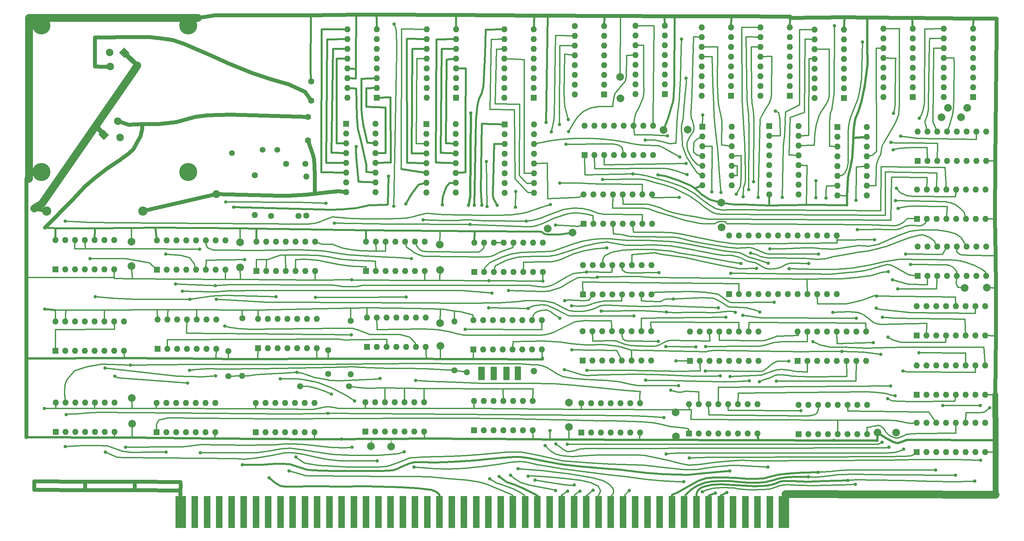
<source format=gbl>
G04 #@! TF.GenerationSoftware,KiCad,Pcbnew,8.0.6*
G04 #@! TF.CreationDate,2025-02-23T16:49:15+00:00*
G04 #@! TF.ProjectId,Northstart Floating point,4e6f7274-6873-4746-9172-7420466c6f61,rev?*
G04 #@! TF.SameCoordinates,Original*
G04 #@! TF.FileFunction,Copper,L2,Bot*
G04 #@! TF.FilePolarity,Positive*
%FSLAX46Y46*%
G04 Gerber Fmt 4.6, Leading zero omitted, Abs format (unit mm)*
G04 Created by KiCad (PCBNEW 8.0.6) date 2025-02-23 16:49:15*
%MOMM*%
%LPD*%
G01*
G04 APERTURE LIST*
G04 Aperture macros list*
%AMHorizOval*
0 Thick line with rounded ends*
0 $1 width*
0 $2 $3 position (X,Y) of the first rounded end (center of the circle)*
0 $4 $5 position (X,Y) of the second rounded end (center of the circle)*
0 Add line between two ends*
20,1,$1,$2,$3,$4,$5,0*
0 Add two circle primitives to create the rounded ends*
1,1,$1,$2,$3*
1,1,$1,$4,$5*%
%AMRotRect*
0 Rectangle, with rotation*
0 The origin of the aperture is its center*
0 $1 length*
0 $2 width*
0 $3 Rotation angle, in degrees counterclockwise*
0 Add horizontal line*
21,1,$1,$2,0,0,$3*%
G04 Aperture macros list end*
G04 #@! TA.AperFunction,Conductor*
%ADD10C,0.304800*%
G04 #@! TD*
G04 #@! TA.AperFunction,Conductor*
%ADD11C,0.877107*%
G04 #@! TD*
G04 #@! TA.AperFunction,ComponentPad*
%ADD12C,2.000000*%
G04 #@! TD*
G04 #@! TA.AperFunction,ComponentPad*
%ADD13R,1.600000X1.600000*%
G04 #@! TD*
G04 #@! TA.AperFunction,ComponentPad*
%ADD14O,1.600000X1.600000*%
G04 #@! TD*
G04 #@! TA.AperFunction,ComponentPad*
%ADD15C,2.400000*%
G04 #@! TD*
G04 #@! TA.AperFunction,ComponentPad*
%ADD16O,2.400000X2.400000*%
G04 #@! TD*
G04 #@! TA.AperFunction,ComponentPad*
%ADD17C,1.600000*%
G04 #@! TD*
G04 #@! TA.AperFunction,ConnectorPad*
%ADD18R,2.794000X8.382000*%
G04 #@! TD*
G04 #@! TA.AperFunction,ConnectorPad*
%ADD19R,1.778000X8.382000*%
G04 #@! TD*
G04 #@! TA.AperFunction,ComponentPad*
%ADD20RotRect,1.905000X2.000000X225.000000*%
G04 #@! TD*
G04 #@! TA.AperFunction,ComponentPad*
%ADD21HorizOval,1.905000X-0.033588X0.033588X0.033588X-0.033588X0*%
G04 #@! TD*
G04 #@! TA.AperFunction,ComponentPad*
%ADD22C,1.500000*%
G04 #@! TD*
G04 #@! TA.AperFunction,ComponentPad*
%ADD23RotRect,1.905000X2.000000X45.000000*%
G04 #@! TD*
G04 #@! TA.AperFunction,ViaPad*
%ADD24C,0.889000*%
G04 #@! TD*
G04 #@! TA.AperFunction,ViaPad*
%ADD25C,1.500000*%
G04 #@! TD*
G04 #@! TA.AperFunction,ViaPad*
%ADD26C,1.600000*%
G04 #@! TD*
G04 #@! TA.AperFunction,ViaPad*
%ADD27C,2.000000*%
G04 #@! TD*
G04 #@! TA.AperFunction,ViaPad*
%ADD28C,4.700000*%
G04 #@! TD*
G04 #@! TA.AperFunction,ViaPad*
%ADD29C,2.032000*%
G04 #@! TD*
G04 #@! TA.AperFunction,Conductor*
%ADD30C,0.508000*%
G04 #@! TD*
G04 #@! TA.AperFunction,Conductor*
%ADD31C,0.370000*%
G04 #@! TD*
G04 #@! TA.AperFunction,Conductor*
%ADD32C,1.016000*%
G04 #@! TD*
G04 #@! TA.AperFunction,Conductor*
%ADD33C,0.609600*%
G04 #@! TD*
G04 #@! TA.AperFunction,Conductor*
%ADD34C,2.032000*%
G04 #@! TD*
G04 #@! TA.AperFunction,Conductor*
%ADD35C,1.300000*%
G04 #@! TD*
G04 #@! TA.AperFunction,Conductor*
%ADD36C,0.203200*%
G04 #@! TD*
G04 #@! TA.AperFunction,Conductor*
%ADD37C,1.524000*%
G04 #@! TD*
G04 APERTURE END LIST*
D10*
X147960000Y-115180000D02*
X149260000Y-115180000D01*
X149260000Y-118330000D01*
X147960000Y-118330000D01*
X147960000Y-115180000D01*
G04 #@! TA.AperFunction,Conductor*
G36*
X147960000Y-115180000D02*
G01*
X149260000Y-115180000D01*
X149260000Y-118330000D01*
X147960000Y-118330000D01*
X147960000Y-115180000D01*
G37*
G04 #@! TD.AperFunction*
X145000000Y-115240000D02*
X146300000Y-115240000D01*
X146300000Y-118390000D01*
X145000000Y-118390000D01*
X145000000Y-115240000D01*
G04 #@! TA.AperFunction,Conductor*
G36*
X145000000Y-115240000D02*
G01*
X146300000Y-115240000D01*
X146300000Y-118390000D01*
X145000000Y-118390000D01*
X145000000Y-115240000D01*
G37*
G04 #@! TD.AperFunction*
D11*
X153173846Y-116190000D02*
G75*
G02*
X152296740Y-116190000I-438553J0D01*
G01*
X152296740Y-116190000D02*
G75*
G02*
X153173846Y-116190000I438553J0D01*
G01*
D10*
X138500000Y-115220000D02*
X139800000Y-115220000D01*
X139800000Y-118370000D01*
X138500000Y-118370000D01*
X138500000Y-115220000D01*
G04 #@! TA.AperFunction,Conductor*
G36*
X138500000Y-115220000D02*
G01*
X139800000Y-115220000D01*
X139800000Y-118370000D01*
X138500000Y-118370000D01*
X138500000Y-115220000D01*
G37*
G04 #@! TD.AperFunction*
X141670000Y-115210000D02*
X142970000Y-115210000D01*
X142970000Y-118360000D01*
X141670000Y-118360000D01*
X141670000Y-115210000D01*
G04 #@! TA.AperFunction,Conductor*
G36*
X141670000Y-115210000D02*
G01*
X142970000Y-115210000D01*
X142970000Y-118360000D01*
X141670000Y-118360000D01*
X141670000Y-115210000D01*
G37*
G04 #@! TD.AperFunction*
D12*
X246790000Y-132120000D03*
X241960000Y-132140000D03*
D13*
X28620000Y-132000000D03*
D14*
X31160000Y-132000000D03*
X33700000Y-132000000D03*
X36240000Y-132000000D03*
X38780000Y-132000000D03*
X41320000Y-132000000D03*
X43860000Y-132000000D03*
X43860000Y-124380000D03*
X41320000Y-124380000D03*
X38780000Y-124380000D03*
X36240000Y-124380000D03*
X33700000Y-124380000D03*
X31160000Y-124380000D03*
X28620000Y-124380000D03*
D13*
X109040000Y-131900000D03*
D14*
X111580000Y-131900000D03*
X114120000Y-131900000D03*
X116660000Y-131900000D03*
X119200000Y-131900000D03*
X121740000Y-131900000D03*
X124280000Y-131900000D03*
X124280000Y-124280000D03*
X121740000Y-124280000D03*
X119200000Y-124280000D03*
X116660000Y-124280000D03*
X114120000Y-124280000D03*
X111580000Y-124280000D03*
X109040000Y-124280000D03*
D12*
X128430000Y-103710000D03*
X128450000Y-109600000D03*
D13*
X28550000Y-89720000D03*
D14*
X31090000Y-89720000D03*
X33630000Y-89720000D03*
X36170000Y-89720000D03*
X38710000Y-89720000D03*
X41250000Y-89720000D03*
X43790000Y-89720000D03*
X43790000Y-82100000D03*
X41250000Y-82100000D03*
X38710000Y-82100000D03*
X36170000Y-82100000D03*
X33630000Y-82100000D03*
X31090000Y-82100000D03*
X28550000Y-82100000D03*
D13*
X165040000Y-132160000D03*
D14*
X167580000Y-132160000D03*
X170120000Y-132160000D03*
X172660000Y-132160000D03*
X175200000Y-132160000D03*
X177740000Y-132160000D03*
X180280000Y-132160000D03*
X180280000Y-124540000D03*
X177740000Y-124540000D03*
X175200000Y-124540000D03*
X172660000Y-124540000D03*
X170120000Y-124540000D03*
X167580000Y-124540000D03*
X165040000Y-124540000D03*
D12*
X201460000Y-78792500D03*
X201420000Y-72422500D03*
D13*
X251060000Y-44950000D03*
D14*
X251060000Y-42410000D03*
X251060000Y-39870000D03*
X251060000Y-37330000D03*
X251060000Y-34790000D03*
X251060000Y-32250000D03*
X251060000Y-29710000D03*
X251060000Y-27170000D03*
X243440000Y-27170000D03*
X243440000Y-29710000D03*
X243440000Y-32250000D03*
X243440000Y-34790000D03*
X243440000Y-37330000D03*
X243440000Y-39870000D03*
X243440000Y-42410000D03*
X243440000Y-44950000D03*
D12*
X192675000Y-53440000D03*
X186355000Y-53510000D03*
D13*
X132580000Y-45110000D03*
D14*
X132580000Y-42570000D03*
X132580000Y-40030000D03*
X132580000Y-37490000D03*
X132580000Y-34950000D03*
X132580000Y-32410000D03*
X132580000Y-29870000D03*
X132580000Y-27330000D03*
X124960000Y-27330000D03*
X124960000Y-29870000D03*
X124960000Y-32410000D03*
X124960000Y-34950000D03*
X124960000Y-37490000D03*
X124960000Y-40030000D03*
X124960000Y-42570000D03*
X124960000Y-45110000D03*
D13*
X111990000Y-45125000D03*
D14*
X111990000Y-42585000D03*
X111990000Y-40045000D03*
X111990000Y-37505000D03*
X111990000Y-34965000D03*
X111990000Y-32425000D03*
X111990000Y-29885000D03*
X111990000Y-27345000D03*
X104370000Y-27345000D03*
X104370000Y-29885000D03*
X104370000Y-32425000D03*
X104370000Y-34965000D03*
X104370000Y-37505000D03*
X104370000Y-40045000D03*
X104370000Y-42585000D03*
X104370000Y-45125000D03*
D15*
X26250000Y-74610000D03*
D16*
X51250000Y-74610000D03*
D13*
X252090000Y-106910000D03*
D14*
X254630000Y-106910000D03*
X257170000Y-106910000D03*
X259710000Y-106910000D03*
X262250000Y-106910000D03*
X264790000Y-106910000D03*
X267330000Y-106910000D03*
X269870000Y-106910000D03*
X269870000Y-99290000D03*
X267330000Y-99290000D03*
X264790000Y-99290000D03*
X262250000Y-99290000D03*
X259710000Y-99290000D03*
X257170000Y-99290000D03*
X254630000Y-99290000D03*
X252090000Y-99290000D03*
D13*
X233210000Y-45200000D03*
D14*
X233210000Y-42660000D03*
X233210000Y-40120000D03*
X233210000Y-37580000D03*
X233210000Y-35040000D03*
X233210000Y-32500000D03*
X233210000Y-29960000D03*
X233210000Y-27420000D03*
X225590000Y-27420000D03*
X225590000Y-29960000D03*
X225590000Y-32500000D03*
X225590000Y-35040000D03*
X225590000Y-37580000D03*
X225590000Y-40120000D03*
X225590000Y-42660000D03*
X225590000Y-45200000D03*
D17*
X77060000Y-102460000D03*
D14*
X77040000Y-117390000D03*
D17*
X132090000Y-116010000D03*
D14*
X132090000Y-103310000D03*
D13*
X28605000Y-110870000D03*
D14*
X31145000Y-110870000D03*
X33685000Y-110870000D03*
X36225000Y-110870000D03*
X38765000Y-110870000D03*
X41305000Y-110870000D03*
X43845000Y-110870000D03*
X46385000Y-110870000D03*
X46385000Y-103250000D03*
X43845000Y-103250000D03*
X41305000Y-103250000D03*
X38765000Y-103250000D03*
X36225000Y-103250000D03*
X33685000Y-103250000D03*
X31145000Y-103250000D03*
X28605000Y-103250000D03*
D17*
X105180000Y-103130000D03*
D14*
X105210000Y-117020000D03*
D13*
X137070000Y-110600000D03*
D14*
X139610000Y-110600000D03*
X142150000Y-110600000D03*
X144690000Y-110600000D03*
X147230000Y-110600000D03*
X149770000Y-110600000D03*
X152310000Y-110600000D03*
X154850000Y-110600000D03*
X154850000Y-102980000D03*
X152310000Y-102980000D03*
X149770000Y-102980000D03*
X147230000Y-102980000D03*
X144690000Y-102980000D03*
X142150000Y-102980000D03*
X139610000Y-102980000D03*
X137070000Y-102980000D03*
D13*
X193295000Y-113570000D03*
D14*
X195835000Y-113570000D03*
X198375000Y-113570000D03*
X200915000Y-113570000D03*
X203455000Y-113570000D03*
X205995000Y-113570000D03*
X208535000Y-113570000D03*
X211075000Y-113570000D03*
X211075000Y-105950000D03*
X208535000Y-105950000D03*
X205995000Y-105950000D03*
X203455000Y-105950000D03*
X200915000Y-105950000D03*
X198375000Y-105950000D03*
X195835000Y-105950000D03*
X193295000Y-105950000D03*
D17*
X104770000Y-120110000D03*
D14*
X92070000Y-120110000D03*
D12*
X76490000Y-82710000D03*
X76540000Y-89200000D03*
X175210000Y-45330000D03*
X175170000Y-39710000D03*
X128340000Y-83300000D03*
X128390000Y-89890000D03*
D13*
X165450000Y-96240000D03*
D14*
X167990000Y-96240000D03*
X170530000Y-96240000D03*
X173070000Y-96240000D03*
X175610000Y-96240000D03*
X178150000Y-96240000D03*
X180690000Y-96240000D03*
X183230000Y-96240000D03*
X183230000Y-88620000D03*
X180690000Y-88620000D03*
X178150000Y-88620000D03*
X175610000Y-88620000D03*
X173070000Y-88620000D03*
X170530000Y-88620000D03*
X167990000Y-88620000D03*
X165450000Y-88620000D03*
D12*
X258550000Y-50230000D03*
X263620000Y-50180000D03*
X162785000Y-80197500D03*
X156325000Y-79127500D03*
X48340000Y-82520000D03*
X48340000Y-88900000D03*
D13*
X252360000Y-61540000D03*
D14*
X254900000Y-61540000D03*
X257440000Y-61540000D03*
X259980000Y-61540000D03*
X262520000Y-61540000D03*
X265060000Y-61540000D03*
X267600000Y-61540000D03*
X270140000Y-61540000D03*
X270140000Y-53920000D03*
X267600000Y-53920000D03*
X265060000Y-53920000D03*
X262520000Y-53920000D03*
X259980000Y-53920000D03*
X257440000Y-53920000D03*
X254900000Y-53920000D03*
X252360000Y-53920000D03*
D13*
X165650000Y-77910000D03*
D14*
X168190000Y-77910000D03*
X170730000Y-77910000D03*
X173270000Y-77910000D03*
X175810000Y-77910000D03*
X178350000Y-77910000D03*
X180890000Y-77910000D03*
X183430000Y-77910000D03*
X183430000Y-70290000D03*
X180890000Y-70290000D03*
X178350000Y-70290000D03*
X175810000Y-70290000D03*
X173270000Y-70290000D03*
X170730000Y-70290000D03*
X168190000Y-70290000D03*
X165650000Y-70290000D03*
D12*
X264520000Y-94530000D03*
X270270000Y-94490000D03*
X161850000Y-124350000D03*
X161870000Y-130730000D03*
D13*
X252100000Y-137260000D03*
D14*
X254640000Y-137260000D03*
X257180000Y-137260000D03*
X259720000Y-137260000D03*
X262260000Y-137260000D03*
X264800000Y-137260000D03*
X267340000Y-137260000D03*
X269880000Y-137260000D03*
X269880000Y-129640000D03*
X267340000Y-129640000D03*
X264800000Y-129640000D03*
X262260000Y-129640000D03*
X259720000Y-129640000D03*
X257180000Y-129640000D03*
X254640000Y-129640000D03*
X252100000Y-129640000D03*
D13*
X221490000Y-132590000D03*
D14*
X224030000Y-132590000D03*
X226570000Y-132590000D03*
X229110000Y-132590000D03*
X231650000Y-132590000D03*
X234190000Y-132590000D03*
X236730000Y-132590000D03*
X239270000Y-132590000D03*
X239270000Y-124970000D03*
X236730000Y-124970000D03*
X234190000Y-124970000D03*
X231650000Y-124970000D03*
X229110000Y-124970000D03*
X226570000Y-124970000D03*
X224030000Y-124970000D03*
X221490000Y-124970000D03*
D13*
X137315000Y-90380000D03*
D14*
X139855000Y-90380000D03*
X142395000Y-90380000D03*
X144935000Y-90380000D03*
X147475000Y-90380000D03*
X150015000Y-90380000D03*
X152555000Y-90380000D03*
X155095000Y-90380000D03*
X155095000Y-82760000D03*
X152555000Y-82760000D03*
X150015000Y-82760000D03*
X147475000Y-82760000D03*
X144935000Y-82760000D03*
X142395000Y-82760000D03*
X139855000Y-82760000D03*
X137315000Y-82760000D03*
D13*
X109430000Y-109880000D03*
D14*
X111970000Y-109880000D03*
X114510000Y-109880000D03*
X117050000Y-109880000D03*
X119590000Y-109880000D03*
X122130000Y-109880000D03*
X124670000Y-109880000D03*
X124670000Y-102260000D03*
X122130000Y-102260000D03*
X119590000Y-102260000D03*
X117050000Y-102260000D03*
X114510000Y-102260000D03*
X111970000Y-102260000D03*
X109430000Y-102260000D03*
D13*
X266770000Y-44950000D03*
D14*
X266770000Y-42410000D03*
X266770000Y-39870000D03*
X266770000Y-37330000D03*
X266770000Y-34790000D03*
X266770000Y-32250000D03*
X266770000Y-29710000D03*
X266770000Y-27170000D03*
X259150000Y-27170000D03*
X259150000Y-29710000D03*
X259150000Y-32250000D03*
X259150000Y-34790000D03*
X259150000Y-37330000D03*
X259150000Y-39870000D03*
X259150000Y-42410000D03*
X259150000Y-44950000D03*
D12*
X189550000Y-126920000D03*
X189610000Y-133210000D03*
D13*
X165430000Y-113480000D03*
D14*
X167970000Y-113480000D03*
X170510000Y-113480000D03*
X173050000Y-113480000D03*
X175590000Y-113480000D03*
X178130000Y-113480000D03*
X180670000Y-113480000D03*
X183210000Y-113480000D03*
X183210000Y-105860000D03*
X180670000Y-105860000D03*
X178130000Y-105860000D03*
X175590000Y-105860000D03*
X173050000Y-105860000D03*
X170510000Y-105860000D03*
X167970000Y-105860000D03*
X165430000Y-105860000D03*
D13*
X196500000Y-52625000D03*
D14*
X196500000Y-55165000D03*
X196500000Y-57705000D03*
X196500000Y-60245000D03*
X196500000Y-62785000D03*
X196500000Y-65325000D03*
X196500000Y-67865000D03*
X204120000Y-67865000D03*
X204120000Y-65325000D03*
X204120000Y-62785000D03*
X204120000Y-60245000D03*
X204120000Y-57705000D03*
X204120000Y-55165000D03*
X204120000Y-52625000D03*
D17*
X99325000Y-116900000D03*
X99325000Y-110760000D03*
X93680000Y-75740000D03*
D14*
X93690000Y-65630000D03*
D13*
X124810000Y-51950000D03*
D14*
X124810000Y-54490000D03*
X124810000Y-57030000D03*
X124810000Y-59570000D03*
X124810000Y-62110000D03*
X124810000Y-64650000D03*
X124810000Y-67190000D03*
X124810000Y-69730000D03*
X132430000Y-69730000D03*
X132430000Y-67190000D03*
X132430000Y-64650000D03*
X132430000Y-62110000D03*
X132430000Y-59570000D03*
X132430000Y-57030000D03*
X132430000Y-54490000D03*
X132430000Y-51950000D03*
D17*
X94080000Y-50150000D03*
X94070000Y-56250000D03*
D13*
X203910000Y-44585000D03*
D14*
X203910000Y-42045000D03*
X203910000Y-39505000D03*
X203910000Y-36965000D03*
X203910000Y-34425000D03*
X203910000Y-31885000D03*
X203910000Y-29345000D03*
X203910000Y-26805000D03*
X196290000Y-26805000D03*
X196290000Y-29345000D03*
X196290000Y-31885000D03*
X196290000Y-34425000D03*
X196290000Y-36965000D03*
X196290000Y-39505000D03*
X196290000Y-42045000D03*
X196290000Y-44585000D03*
D13*
X193015000Y-132370000D03*
D14*
X195555000Y-132370000D03*
X198095000Y-132370000D03*
X200635000Y-132370000D03*
X203175000Y-132370000D03*
X205715000Y-132370000D03*
X208255000Y-132370000D03*
X210795000Y-132370000D03*
X210795000Y-124750000D03*
X208255000Y-124750000D03*
X205715000Y-124750000D03*
X203175000Y-124750000D03*
X200635000Y-124750000D03*
X198095000Y-124750000D03*
X195555000Y-124750000D03*
X193015000Y-124750000D03*
D13*
X80545000Y-132050000D03*
D14*
X83085000Y-132050000D03*
X85625000Y-132050000D03*
X88165000Y-132050000D03*
X90705000Y-132050000D03*
X93245000Y-132050000D03*
X95785000Y-132050000D03*
X95785000Y-124430000D03*
X93245000Y-124430000D03*
X90705000Y-124430000D03*
X88165000Y-124430000D03*
X85625000Y-124430000D03*
X83085000Y-124430000D03*
X80545000Y-124430000D03*
D12*
X48420000Y-123200000D03*
X48460000Y-129840000D03*
D13*
X252200000Y-76630000D03*
D14*
X254740000Y-76630000D03*
X257280000Y-76630000D03*
X259820000Y-76630000D03*
X262360000Y-76630000D03*
X264900000Y-76630000D03*
X267440000Y-76630000D03*
X269980000Y-76630000D03*
X269980000Y-69010000D03*
X267440000Y-69010000D03*
X264900000Y-69010000D03*
X262360000Y-69010000D03*
X259820000Y-69010000D03*
X257280000Y-69010000D03*
X254740000Y-69010000D03*
X252200000Y-69010000D03*
D17*
X94980000Y-45920000D03*
X94980000Y-40920000D03*
D18*
X61050000Y-152810000D03*
D19*
X64733000Y-152810000D03*
X67908000Y-152810000D03*
X71083000Y-152810000D03*
X74258000Y-152810000D03*
X77433000Y-152810000D03*
X80608000Y-152810000D03*
X83783000Y-152810000D03*
X86958000Y-152810000D03*
X90133000Y-152810000D03*
X93308000Y-152810000D03*
X96483000Y-152810000D03*
X99658000Y-152810000D03*
X102833000Y-152810000D03*
X106008000Y-152810000D03*
X109183000Y-152810000D03*
X112358000Y-152810000D03*
X115533000Y-152810000D03*
X118708000Y-152810000D03*
X121883000Y-152810000D03*
X125058000Y-152810000D03*
X128233000Y-152810000D03*
X131408000Y-152810000D03*
X134583000Y-152810000D03*
X137758000Y-152810000D03*
X140933000Y-152810000D03*
X144108000Y-152810000D03*
X147283000Y-152810000D03*
X150458000Y-152810000D03*
X153633000Y-152810000D03*
X156808000Y-152810000D03*
X159983000Y-152810000D03*
X163158000Y-152810000D03*
X166333000Y-152810000D03*
X169508000Y-152810000D03*
X172683000Y-152810000D03*
X175858000Y-152810000D03*
X179033000Y-152810000D03*
X182208000Y-152810000D03*
X185383000Y-152810000D03*
X188558000Y-152810000D03*
X191733000Y-152810000D03*
X194908000Y-152810000D03*
X198083000Y-152810000D03*
X201258000Y-152810000D03*
X204433000Y-152810000D03*
X207608000Y-152810000D03*
X210783000Y-152810000D03*
X213958000Y-152810000D03*
D18*
X217641000Y-152810000D03*
D13*
X81180000Y-110270000D03*
D14*
X83720000Y-110270000D03*
X86260000Y-110270000D03*
X88800000Y-110270000D03*
X91340000Y-110270000D03*
X93880000Y-110270000D03*
X96420000Y-110270000D03*
X96420000Y-102650000D03*
X93880000Y-102650000D03*
X91340000Y-102650000D03*
X88800000Y-102650000D03*
X86260000Y-102650000D03*
X83720000Y-102650000D03*
X81180000Y-102650000D03*
D13*
X186710000Y-44205000D03*
D14*
X186710000Y-41665000D03*
X186710000Y-39125000D03*
X186710000Y-36585000D03*
X186710000Y-34045000D03*
X186710000Y-31505000D03*
X186710000Y-28965000D03*
X186710000Y-26425000D03*
X179090000Y-26425000D03*
X179090000Y-28965000D03*
X179090000Y-31505000D03*
X179090000Y-34045000D03*
X179090000Y-36585000D03*
X179090000Y-39125000D03*
X179090000Y-41665000D03*
X179090000Y-44205000D03*
D13*
X252075000Y-122340000D03*
D14*
X254615000Y-122340000D03*
X257155000Y-122340000D03*
X259695000Y-122340000D03*
X262235000Y-122340000D03*
X264775000Y-122340000D03*
X267315000Y-122340000D03*
X269855000Y-122340000D03*
X269855000Y-114720000D03*
X267315000Y-114720000D03*
X264775000Y-114720000D03*
X262235000Y-114720000D03*
X259695000Y-114720000D03*
X257155000Y-114720000D03*
X254615000Y-114720000D03*
X252075000Y-114720000D03*
D12*
X260220000Y-47775000D03*
X265240000Y-47765000D03*
D13*
X109195000Y-90200000D03*
D14*
X111735000Y-90200000D03*
X114275000Y-90200000D03*
X116815000Y-90200000D03*
X119355000Y-90200000D03*
X121895000Y-90200000D03*
X124435000Y-90200000D03*
X124435000Y-82580000D03*
X121895000Y-82580000D03*
X119355000Y-82580000D03*
X116815000Y-82580000D03*
X114275000Y-82580000D03*
X111735000Y-82580000D03*
X109195000Y-82580000D03*
D13*
X145130000Y-52060000D03*
D14*
X145130000Y-54600000D03*
X145130000Y-57140000D03*
X145130000Y-59680000D03*
X145130000Y-62220000D03*
X145130000Y-64760000D03*
X145130000Y-67300000D03*
X145130000Y-69840000D03*
X152750000Y-69840000D03*
X152750000Y-67300000D03*
X152750000Y-64760000D03*
X152750000Y-62220000D03*
X152750000Y-59680000D03*
X152750000Y-57140000D03*
X152750000Y-54600000D03*
X152750000Y-52060000D03*
D13*
X54830000Y-132110000D03*
D14*
X57370000Y-132110000D03*
X59910000Y-132110000D03*
X62450000Y-132110000D03*
X64990000Y-132110000D03*
X67530000Y-132110000D03*
X70070000Y-132110000D03*
X70070000Y-124490000D03*
X67530000Y-124490000D03*
X64990000Y-124490000D03*
X62450000Y-124490000D03*
X59910000Y-124490000D03*
X57370000Y-124490000D03*
X54830000Y-124490000D03*
D13*
X171000000Y-44250000D03*
D14*
X171000000Y-41710000D03*
X171000000Y-39170000D03*
X171000000Y-36630000D03*
X171000000Y-34090000D03*
X171000000Y-31550000D03*
X171000000Y-29010000D03*
X171000000Y-26470000D03*
X163380000Y-26470000D03*
X163380000Y-29010000D03*
X163380000Y-31550000D03*
X163380000Y-34090000D03*
X163380000Y-36630000D03*
X163380000Y-39170000D03*
X163380000Y-41710000D03*
X163380000Y-44250000D03*
D13*
X219180000Y-44585000D03*
D14*
X219180000Y-42045000D03*
X219180000Y-39505000D03*
X219180000Y-36965000D03*
X219180000Y-34425000D03*
X219180000Y-31885000D03*
X219180000Y-29345000D03*
X219180000Y-26805000D03*
X211560000Y-26805000D03*
X211560000Y-29345000D03*
X211560000Y-31885000D03*
X211560000Y-34425000D03*
X211560000Y-36965000D03*
X211560000Y-39505000D03*
X211560000Y-42045000D03*
X211560000Y-44585000D03*
D20*
X46407836Y-33435733D03*
D21*
X42638957Y-33343809D03*
X42815734Y-37027835D03*
D17*
X91660000Y-75820000D03*
X84520000Y-75820000D03*
D13*
X152730000Y-45160000D03*
D14*
X152730000Y-42620000D03*
X152730000Y-40080000D03*
X152730000Y-37540000D03*
X152730000Y-35000000D03*
X152730000Y-32460000D03*
X152730000Y-29920000D03*
X152730000Y-27380000D03*
X145110000Y-27380000D03*
X145110000Y-29920000D03*
X145110000Y-32460000D03*
X145110000Y-35000000D03*
X145110000Y-37540000D03*
X145110000Y-40080000D03*
X145110000Y-42620000D03*
X145110000Y-45160000D03*
D13*
X137195000Y-131560000D03*
D14*
X139735000Y-131560000D03*
X142275000Y-131560000D03*
X144815000Y-131560000D03*
X147355000Y-131560000D03*
X149895000Y-131560000D03*
X152435000Y-131560000D03*
X152435000Y-123940000D03*
X149895000Y-123940000D03*
X147355000Y-123940000D03*
X144815000Y-123940000D03*
X142275000Y-123940000D03*
X139735000Y-123940000D03*
X137195000Y-123940000D03*
D17*
X88470000Y-62310000D03*
X93470000Y-62310000D03*
D13*
X252360000Y-91400000D03*
D14*
X254900000Y-91400000D03*
X257440000Y-91400000D03*
X259980000Y-91400000D03*
X262520000Y-91400000D03*
X265060000Y-91400000D03*
X267600000Y-91400000D03*
X270140000Y-91400000D03*
X270140000Y-83780000D03*
X267600000Y-83780000D03*
X265060000Y-83780000D03*
X262520000Y-83780000D03*
X259980000Y-83780000D03*
X257440000Y-83780000D03*
X254900000Y-83780000D03*
X252360000Y-83780000D03*
D17*
X73430000Y-117500000D03*
X73470000Y-110970000D03*
D22*
X86170000Y-58690000D03*
X82370000Y-58690000D03*
D13*
X165910000Y-59980000D03*
D14*
X168450000Y-59980000D03*
X170990000Y-59980000D03*
X173530000Y-59980000D03*
X176070000Y-59980000D03*
X178610000Y-59980000D03*
X181150000Y-59980000D03*
X183690000Y-59980000D03*
X183690000Y-52360000D03*
X181150000Y-52360000D03*
X178610000Y-52360000D03*
X176070000Y-52360000D03*
X173530000Y-52360000D03*
X170990000Y-52360000D03*
X168450000Y-52360000D03*
X165910000Y-52360000D03*
D13*
X231550000Y-52745000D03*
D14*
X231550000Y-55285000D03*
X231550000Y-57825000D03*
X231550000Y-60365000D03*
X231550000Y-62905000D03*
X231550000Y-65445000D03*
X231550000Y-67985000D03*
X231550000Y-70525000D03*
X239170000Y-70525000D03*
X239170000Y-67985000D03*
X239170000Y-65445000D03*
X239170000Y-62905000D03*
X239170000Y-60365000D03*
X239170000Y-57825000D03*
X239170000Y-55285000D03*
X239170000Y-52745000D03*
D17*
X80340000Y-65295000D03*
D14*
X80290000Y-75565000D03*
D13*
X55060000Y-110360000D03*
D14*
X57600000Y-110360000D03*
X60140000Y-110360000D03*
X62680000Y-110360000D03*
X65220000Y-110360000D03*
X67760000Y-110360000D03*
X70300000Y-110360000D03*
X70300000Y-102740000D03*
X67760000Y-102740000D03*
X65220000Y-102740000D03*
X62680000Y-102740000D03*
X60140000Y-102740000D03*
X57600000Y-102740000D03*
X55060000Y-102740000D03*
D13*
X104020000Y-51890000D03*
D14*
X104020000Y-54430000D03*
X104020000Y-56970000D03*
X104020000Y-59510000D03*
X104020000Y-62050000D03*
X104020000Y-64590000D03*
X104020000Y-67130000D03*
X104020000Y-69670000D03*
X111640000Y-69670000D03*
X111640000Y-67130000D03*
X111640000Y-64590000D03*
X111640000Y-62050000D03*
X111640000Y-59510000D03*
X111640000Y-56970000D03*
X111640000Y-54430000D03*
X111640000Y-51890000D03*
D13*
X54950000Y-89820000D03*
D14*
X57490000Y-89820000D03*
X60030000Y-89820000D03*
X62570000Y-89820000D03*
X65110000Y-89820000D03*
X67650000Y-89820000D03*
X70190000Y-89820000D03*
X72730000Y-89820000D03*
X72730000Y-82200000D03*
X70190000Y-82200000D03*
X67650000Y-82200000D03*
X65110000Y-82200000D03*
X62570000Y-82200000D03*
X60030000Y-82200000D03*
X57490000Y-82200000D03*
X54950000Y-82200000D03*
D23*
X41138415Y-54780517D03*
D21*
X45381056Y-55431055D03*
X44730517Y-51188415D03*
D13*
X80735000Y-90200000D03*
D14*
X83275000Y-90200000D03*
X85815000Y-90200000D03*
X88355000Y-90200000D03*
X90895000Y-90200000D03*
X93435000Y-90200000D03*
X95975000Y-90200000D03*
X95975000Y-82580000D03*
X93435000Y-82580000D03*
X90895000Y-82580000D03*
X88355000Y-82580000D03*
X85815000Y-82580000D03*
X83275000Y-82580000D03*
X80735000Y-82580000D03*
D13*
X203435000Y-96185000D03*
D14*
X205975000Y-96185000D03*
X208515000Y-96185000D03*
X211055000Y-96185000D03*
X213595000Y-96185000D03*
X216135000Y-96185000D03*
X218675000Y-96185000D03*
X221215000Y-96185000D03*
X223755000Y-96185000D03*
X226295000Y-96185000D03*
X228835000Y-96185000D03*
X231375000Y-96185000D03*
X231375000Y-80945000D03*
X228835000Y-80945000D03*
X226295000Y-80945000D03*
X223755000Y-80945000D03*
X221215000Y-80945000D03*
X218675000Y-80945000D03*
X216135000Y-80945000D03*
X213595000Y-80945000D03*
X211055000Y-80945000D03*
X208515000Y-80945000D03*
X205975000Y-80945000D03*
X203435000Y-80945000D03*
D13*
X221190000Y-113510000D03*
D14*
X223730000Y-113510000D03*
X226270000Y-113510000D03*
X228810000Y-113510000D03*
X231350000Y-113510000D03*
X233890000Y-113510000D03*
X236430000Y-113510000D03*
X238970000Y-113510000D03*
X238970000Y-105890000D03*
X236430000Y-105890000D03*
X233890000Y-105890000D03*
X231350000Y-105890000D03*
X228810000Y-105890000D03*
X226270000Y-105890000D03*
X223730000Y-105890000D03*
X221190000Y-105890000D03*
D13*
X213840000Y-52445000D03*
D14*
X213840000Y-54985000D03*
X213840000Y-57525000D03*
X213840000Y-60065000D03*
X213840000Y-62605000D03*
X213840000Y-65145000D03*
X213840000Y-67685000D03*
X213840000Y-70225000D03*
X221460000Y-70225000D03*
X221460000Y-67685000D03*
X221460000Y-65145000D03*
X221460000Y-62605000D03*
X221460000Y-60065000D03*
X221460000Y-57525000D03*
X221460000Y-54985000D03*
X221460000Y-52445000D03*
D24*
X77050000Y-140550000D03*
X203560000Y-142160000D03*
X186950000Y-109780000D03*
X31390000Y-127490000D03*
X186470000Y-128290000D03*
X194750000Y-109900000D03*
X99240000Y-127200000D03*
X112840000Y-118130000D03*
X91220000Y-116470000D03*
X119590000Y-96960000D03*
X96070000Y-96990000D03*
X106220000Y-123930000D03*
X86950000Y-118200000D03*
X177500000Y-147240000D03*
X161540000Y-147410000D03*
X164740000Y-147400000D03*
X122060000Y-118620000D03*
X168090000Y-147170000D03*
X210920000Y-71020000D03*
X70030000Y-93970000D03*
X249220000Y-85760000D03*
X59710000Y-93560000D03*
X166390000Y-90410000D03*
X205280000Y-70190000D03*
X192270000Y-40010000D03*
X246110000Y-49160000D03*
X196540000Y-49570000D03*
X238020000Y-30660000D03*
X190670000Y-60540000D03*
X140400000Y-61690000D03*
X224050000Y-88210000D03*
X140600000Y-73380000D03*
X157020000Y-72870000D03*
X31080000Y-77190000D03*
X157290000Y-54050000D03*
X25830000Y-78940000D03*
X25790000Y-100080000D03*
X162615611Y-110660000D03*
X25690000Y-125880000D03*
X250530000Y-88450000D03*
X162510000Y-99230000D03*
X128990000Y-72960000D03*
X201260000Y-69750000D03*
X190320000Y-120000000D03*
X48030000Y-114670000D03*
X189630000Y-113570000D03*
X137310000Y-73020000D03*
X115020000Y-65520000D03*
X74810000Y-73540000D03*
X147980000Y-73570000D03*
X148050000Y-69470000D03*
X143200000Y-73020000D03*
X139270000Y-73090000D03*
X252800000Y-50490000D03*
X210490000Y-89510000D03*
X66030000Y-84450000D03*
X63460000Y-97520000D03*
X38890000Y-96830000D03*
X85850000Y-96860000D03*
X215080000Y-98300000D03*
X143750000Y-143580000D03*
X151300000Y-143510000D03*
X236420000Y-102470000D03*
X206990000Y-101640000D03*
X197330000Y-109790000D03*
X202580000Y-102220000D03*
X166490000Y-116010000D03*
X206500000Y-88230000D03*
X217250000Y-71020000D03*
X84060000Y-143950000D03*
X153020000Y-144550000D03*
X163160000Y-145820000D03*
X213520000Y-141090000D03*
X90990000Y-138470000D03*
X148660000Y-141550000D03*
X146710000Y-143220000D03*
X158390000Y-147270000D03*
X214010000Y-84380000D03*
X141260000Y-144160000D03*
X160700000Y-97880000D03*
X161080000Y-57220000D03*
X201090000Y-117440000D03*
X161760000Y-53930000D03*
X160680000Y-115780000D03*
X211350000Y-100840000D03*
X188960000Y-97440000D03*
X191090000Y-29890000D03*
X181780000Y-118510000D03*
X181670000Y-56160000D03*
X208700000Y-118730000D03*
X187130000Y-100790000D03*
X170220000Y-100570000D03*
X204990000Y-100900000D03*
X187440000Y-55050000D03*
X37520000Y-86940000D03*
X98800000Y-72510000D03*
X72740000Y-72210000D03*
X236320000Y-71830000D03*
X236690000Y-79430000D03*
X245980000Y-58650000D03*
X192490000Y-65070000D03*
X228590000Y-71170000D03*
X230320000Y-100920000D03*
X77680000Y-87230000D03*
X203810000Y-90780000D03*
X136160000Y-78060000D03*
X245380000Y-56750000D03*
X100980000Y-77710000D03*
X192200000Y-62250000D03*
D25*
X74400000Y-59480000D03*
D24*
X120930000Y-86910000D03*
X208990000Y-85540000D03*
X72520000Y-104480000D03*
X105550000Y-135960000D03*
X46770000Y-135960000D03*
X41530000Y-137230000D03*
X112050000Y-139520000D03*
X219030000Y-89560000D03*
X159460000Y-102420000D03*
X161710000Y-50830000D03*
X248560000Y-116140000D03*
X161420000Y-135190000D03*
X243130000Y-134710000D03*
X159500000Y-67340000D03*
X158360000Y-78250000D03*
X244940000Y-135960000D03*
X159350000Y-52030000D03*
X158430000Y-135080000D03*
X116420000Y-26010000D03*
X116340000Y-73280000D03*
X119090000Y-137170000D03*
X66190000Y-137370000D03*
X31110000Y-135780000D03*
X57260000Y-137210000D03*
X70310000Y-97520000D03*
X200640000Y-99710000D03*
X119500000Y-72710000D03*
X106630000Y-57820000D03*
X225210000Y-108540000D03*
X225930000Y-66700000D03*
X225930000Y-71080000D03*
X190470000Y-71060000D03*
X136340000Y-49140000D03*
X215410000Y-48580000D03*
X135770000Y-73100000D03*
X134950000Y-105360000D03*
X89240000Y-142110000D03*
X246530000Y-122620000D03*
X247160000Y-94810000D03*
X258909624Y-125130000D03*
X268630000Y-125130000D03*
X271070000Y-125750000D03*
X245850000Y-92470000D03*
X245360000Y-120060000D03*
X61530000Y-95450000D03*
X141860000Y-95950000D03*
X36260000Y-145900000D03*
X61060000Y-145980000D03*
X23100000Y-73870000D03*
X49150000Y-145990000D03*
X105380000Y-106750000D03*
X215720000Y-118760000D03*
X199850000Y-147870000D03*
X203700000Y-117580000D03*
X223980000Y-143650000D03*
X262180000Y-143270000D03*
X211270000Y-118920000D03*
X202860000Y-147760000D03*
X218950000Y-113620000D03*
X197210000Y-116130000D03*
X267170000Y-144780000D03*
X234210000Y-144600000D03*
X196480000Y-147570000D03*
X236140000Y-145610000D03*
X121630000Y-141130000D03*
X191640000Y-144960000D03*
X226550000Y-142470000D03*
X257050000Y-141880000D03*
X178420000Y-64950000D03*
X178710000Y-101840000D03*
X151230000Y-99880000D03*
X241590000Y-99820000D03*
X141030000Y-99740000D03*
X247990000Y-55120000D03*
X241150000Y-82050000D03*
X170590000Y-66370000D03*
X232710000Y-111090000D03*
X246570000Y-71900000D03*
X243200000Y-102180000D03*
X242760000Y-111810000D03*
X244550000Y-123330000D03*
X169230000Y-91780000D03*
X247230000Y-73930000D03*
X244670000Y-107310000D03*
X244720000Y-90290000D03*
X146140000Y-95250000D03*
X241700000Y-96720000D03*
X226640000Y-85770000D03*
X246830000Y-68680000D03*
X171630000Y-84170000D03*
X222060000Y-126490000D03*
X268660000Y-139330000D03*
X155680000Y-135570000D03*
X124020000Y-76870000D03*
X150760000Y-77180000D03*
X193050000Y-138780000D03*
D26*
X135330000Y-116460000D03*
D24*
X57210000Y-85770000D03*
X63350000Y-115980000D03*
X252650000Y-111380000D03*
X198950000Y-69570000D03*
X188290000Y-121140000D03*
X187050000Y-137760000D03*
X248740000Y-136490000D03*
X208490000Y-69030000D03*
X207040000Y-70870000D03*
X213550000Y-88160000D03*
X209770000Y-66980000D03*
X230760000Y-26370000D03*
D26*
X142330000Y-115890000D03*
X142320000Y-117710000D03*
X145630000Y-117700000D03*
X145640000Y-115880000D03*
X148600000Y-115880000D03*
X148590000Y-117700000D03*
X139160000Y-115890000D03*
X139150000Y-117710000D03*
D27*
X110460000Y-135700000D03*
D28*
X63000000Y-64460000D03*
D24*
X230600000Y-134220000D03*
D28*
X63000000Y-26360000D03*
D24*
X185069690Y-108410000D03*
X240800000Y-108790000D03*
X105420000Y-92470000D03*
D29*
X70330000Y-70150000D03*
D26*
X152750000Y-116190000D03*
D24*
X185239089Y-90620000D03*
X184940000Y-65220000D03*
D27*
X115730000Y-135760000D03*
D24*
X154980000Y-112890000D03*
D28*
X24900000Y-64460000D03*
D24*
X155110000Y-92780000D03*
X155910000Y-51590000D03*
X102810000Y-133846311D03*
X156920000Y-131640000D03*
X141110000Y-92711596D03*
D28*
X24900000Y-26360000D03*
D24*
X100170000Y-122140000D03*
X62870000Y-119330000D03*
X44010000Y-117530000D03*
X70130000Y-117430000D03*
X41480000Y-115400000D03*
D30*
X200510000Y-142410000D02*
X195980000Y-142820000D01*
X95420000Y-142020000D02*
X93810000Y-141780000D01*
X149330000Y-138530000D02*
X147700000Y-138530000D01*
X121670000Y-139860000D02*
X120420000Y-140240000D01*
X155460000Y-139610000D02*
X151690000Y-138850000D01*
X116960000Y-141720000D02*
X116100000Y-141990000D01*
X137130000Y-139410000D02*
X131510000Y-139760000D01*
X140390000Y-139130000D02*
X137130000Y-139410000D01*
X195980000Y-142820000D02*
X192640000Y-143150000D01*
X120420000Y-140240000D02*
X118440000Y-141070000D01*
X116100000Y-141990000D02*
X113310000Y-142110000D01*
X85550000Y-140320000D02*
X82100000Y-140510000D01*
X164650000Y-140990000D02*
X160070000Y-140470000D01*
X123450000Y-139860000D02*
X121670000Y-139860000D01*
X179770000Y-142380000D02*
X175030000Y-141770000D01*
X89400000Y-140410000D02*
X87350000Y-140260000D01*
X144960000Y-138710000D02*
X140390000Y-139130000D01*
X192640000Y-143150000D02*
X190130000Y-143060000D01*
X182200000Y-142630000D02*
X179770000Y-142380000D01*
X203560000Y-142160000D02*
X200510000Y-142410000D01*
X190130000Y-143060000D02*
X186520000Y-142980000D01*
X147700000Y-138530000D02*
X144960000Y-138710000D01*
X175030000Y-141770000D02*
X171670000Y-141570000D01*
X93810000Y-141780000D02*
X91170000Y-140970000D01*
X127100000Y-139960000D02*
X123450000Y-139860000D01*
X186520000Y-142980000D02*
X182200000Y-142630000D01*
X100570000Y-142150000D02*
X95420000Y-142020000D01*
X109230000Y-142180000D02*
X100570000Y-142150000D01*
X82100000Y-140510000D02*
X77050000Y-140550000D01*
X91170000Y-140970000D02*
X89400000Y-140410000D01*
X131510000Y-139760000D02*
X127100000Y-139960000D01*
X171670000Y-141570000D02*
X164650000Y-140990000D01*
X87350000Y-140260000D02*
X85550000Y-140320000D01*
X113310000Y-142110000D02*
X109230000Y-142180000D01*
X160070000Y-140470000D02*
X155460000Y-139610000D01*
X151690000Y-138850000D02*
X149330000Y-138530000D01*
X118440000Y-141070000D02*
X116960000Y-141720000D01*
D31*
X176870000Y-127760000D02*
X181500000Y-127930000D01*
X97470000Y-127230000D02*
X99240000Y-127200000D01*
X185460000Y-128150000D02*
X186470000Y-128290000D01*
X88260000Y-127370000D02*
X39920000Y-126880000D01*
X181500000Y-127930000D02*
X185460000Y-128150000D01*
X186950000Y-109780000D02*
X194750000Y-109900000D01*
X39920000Y-126880000D02*
X36600000Y-127070000D01*
X32170000Y-127320000D02*
X31390000Y-127490000D01*
X99240000Y-127200000D02*
X176870000Y-127760000D01*
X97470000Y-127230000D02*
X88260000Y-127370000D01*
X36600000Y-127070000D02*
X33900000Y-127300000D01*
X33900000Y-127300000D02*
X32170000Y-127320000D01*
X99890000Y-118580000D02*
X102370000Y-118680000D01*
X111960000Y-118240000D02*
X112840000Y-118130000D01*
X88870000Y-116700000D02*
X80830000Y-117090000D01*
X106310000Y-118550000D02*
X111960000Y-118240000D01*
X92690000Y-116790000D02*
X95780000Y-117820000D01*
X73430000Y-117500000D02*
X77040000Y-117390000D01*
X98230000Y-118280000D02*
X99890000Y-118580000D01*
X91220000Y-116470000D02*
X88870000Y-116700000D01*
X102370000Y-118680000D02*
X106310000Y-118550000D01*
X80830000Y-117090000D02*
X78600000Y-117390000D01*
X95780000Y-117820000D02*
X98230000Y-118280000D01*
X91220000Y-116470000D02*
X92690000Y-116790000D01*
X78600000Y-117390000D02*
X77040000Y-117390000D01*
X119590000Y-96960000D02*
X105240000Y-97030000D01*
X105240000Y-97030000D02*
X96070000Y-96990000D01*
X97060000Y-119320000D02*
X100300000Y-120590000D01*
X100300000Y-120590000D02*
X104220000Y-122550000D01*
X104220000Y-122550000D02*
X106220000Y-123930000D01*
X95800000Y-118970000D02*
X93720000Y-118510000D01*
X87450000Y-118200000D02*
X86950000Y-118200000D01*
X91370000Y-118200000D02*
X87450000Y-118200000D01*
X93720000Y-118510000D02*
X91370000Y-118200000D01*
X97060000Y-119320000D02*
X95800000Y-118970000D01*
X224140000Y-34960000D02*
X225590000Y-35040000D01*
X224080000Y-54950000D02*
X224140000Y-34960000D01*
X221460000Y-54985000D02*
X224080000Y-54950000D01*
X177500000Y-147240000D02*
X176370000Y-148340000D01*
X176370000Y-148340000D02*
X175858000Y-152810000D01*
D30*
X159983000Y-152810000D02*
X160010000Y-148400000D01*
D31*
X161540000Y-147410000D02*
X160010000Y-148400000D01*
X163160000Y-148630000D02*
X163430000Y-148230000D01*
X163158000Y-152810000D02*
X163160000Y-148630000D01*
X163430000Y-148230000D02*
X164740000Y-147400000D01*
X139170000Y-119360000D02*
X131570000Y-119050000D01*
X176740000Y-121270000D02*
X163270000Y-119850000D01*
X180390000Y-121520000D02*
X176740000Y-121270000D01*
X163270000Y-119850000D02*
X157960000Y-119480000D01*
X180200000Y-122570000D02*
X180390000Y-121520000D01*
X125760000Y-118860000D02*
X122060000Y-118620000D01*
X151280000Y-119360000D02*
X139170000Y-119360000D01*
X180280000Y-124540000D02*
X180200000Y-122570000D01*
X157960000Y-119480000D02*
X151280000Y-119360000D01*
X131570000Y-119050000D02*
X125760000Y-118860000D01*
D30*
X166333000Y-152810000D02*
X166450000Y-148570000D01*
D31*
X168090000Y-147170000D02*
X166450000Y-148570000D01*
D30*
X115520000Y-45050000D02*
X111990000Y-45125000D01*
X115620000Y-61980000D02*
X115520000Y-45050000D01*
X115620000Y-61980000D02*
X111640000Y-62050000D01*
X132430000Y-62110000D02*
X127310000Y-62010000D01*
X127310000Y-62010000D02*
X127460000Y-29930000D01*
X127460000Y-29930000D02*
X132580000Y-29870000D01*
D31*
X214480000Y-34360000D02*
X214420000Y-43940000D01*
X211560000Y-34425000D02*
X214480000Y-34360000D01*
X214420000Y-43940000D02*
X214300000Y-45160000D01*
X211940000Y-49720000D02*
X211420000Y-50700000D01*
X213840000Y-46540000D02*
X212800000Y-48160000D01*
X214300000Y-45160000D02*
X213840000Y-46540000D01*
X212800000Y-48160000D02*
X211940000Y-49720000D01*
X211420000Y-50700000D02*
X210920000Y-71020000D01*
D30*
X132430000Y-57030000D02*
X129960000Y-56980000D01*
X130110000Y-35190000D02*
X132580000Y-34950000D01*
X129960000Y-56980000D02*
X130110000Y-35190000D01*
X107800000Y-56140000D02*
X107100000Y-53270000D01*
X111640000Y-64590000D02*
X109270000Y-64430000D01*
X107100000Y-53270000D02*
X106770000Y-50080000D01*
X109270000Y-64430000D02*
X109230000Y-62600000D01*
X106640000Y-42750000D02*
X104370000Y-42585000D01*
X109230000Y-62600000D02*
X107800000Y-56140000D01*
X106770000Y-50080000D02*
X106640000Y-42750000D01*
X132430000Y-59570000D02*
X128560000Y-59450000D01*
X128820000Y-32450000D02*
X132580000Y-32410000D01*
X128560000Y-59450000D02*
X128820000Y-32450000D01*
X109530000Y-56800000D02*
X111640000Y-56970000D01*
X108000000Y-40190000D02*
X111990000Y-40045000D01*
X108130000Y-50050000D02*
X108500000Y-52320000D01*
X107980000Y-48070000D02*
X108130000Y-50050000D01*
X108500000Y-52320000D02*
X109530000Y-56800000D01*
X107980000Y-48070000D02*
X108000000Y-40190000D01*
X134980000Y-51890000D02*
X135060000Y-37510000D01*
X135060000Y-37510000D02*
X132580000Y-37490000D01*
X134980000Y-64550000D02*
X132430000Y-64650000D01*
X134980000Y-51890000D02*
X135040000Y-55470000D01*
X135040000Y-55470000D02*
X134980000Y-64550000D01*
X111640000Y-59510000D02*
X114300000Y-59520000D01*
X114230000Y-47620000D02*
X109230000Y-47470000D01*
X109250000Y-42640000D02*
X111990000Y-42585000D01*
X109230000Y-47470000D02*
X109250000Y-42640000D01*
X114300000Y-59520000D02*
X114230000Y-47620000D01*
D31*
X162930000Y-90840000D02*
X166390000Y-90410000D01*
X105540000Y-94240000D02*
X106720000Y-94240000D01*
X106720000Y-94240000D02*
X108370000Y-93900000D01*
X173010000Y-90460000D02*
X173070000Y-88620000D01*
X103250000Y-94240000D02*
X105540000Y-94240000D01*
X249220000Y-85760000D02*
X258750000Y-85830000D01*
X70030000Y-93970000D02*
X73600000Y-93750000D01*
X108370000Y-93900000D02*
X111130000Y-93900000D01*
X195170000Y-60090000D02*
X194190000Y-59280000D01*
X195080000Y-55840000D02*
X196500000Y-55165000D01*
X151610000Y-93930000D02*
X152730000Y-94020000D01*
X153970000Y-94250000D02*
X155290000Y-94280000D01*
X152730000Y-94020000D02*
X153970000Y-94250000D01*
X258750000Y-85830000D02*
X259980000Y-83780000D01*
X194190000Y-59280000D02*
X194240000Y-56750000D01*
X194240000Y-56750000D02*
X195080000Y-55840000D01*
X157340000Y-93930000D02*
X158540000Y-93290000D01*
X158540000Y-93290000D02*
X161400000Y-91560000D01*
X155290000Y-94280000D02*
X156270000Y-94190000D01*
X59710000Y-93560000D02*
X70030000Y-93970000D01*
X161400000Y-91560000D02*
X162930000Y-90840000D01*
X166390000Y-90410000D02*
X173010000Y-90460000D01*
X196500000Y-60245000D02*
X195170000Y-60090000D01*
X156270000Y-94190000D02*
X157340000Y-93930000D01*
X73600000Y-93750000D02*
X100450000Y-93780000D01*
X111130000Y-93900000D02*
X151610000Y-93930000D01*
X101560000Y-93990000D02*
X103250000Y-94240000D01*
X100450000Y-93780000D02*
X101560000Y-93990000D01*
X206490000Y-66860000D02*
X206360000Y-67940000D01*
X206580000Y-65730000D02*
X206490000Y-66860000D01*
X206360000Y-67940000D02*
X206200000Y-68490000D01*
X204120000Y-60245000D02*
X206550000Y-60210000D01*
X206200000Y-68490000D02*
X205750000Y-69370000D01*
X205750000Y-69370000D02*
X205280000Y-70190000D01*
X206550000Y-60210000D02*
X206580000Y-65730000D01*
X191090000Y-52440000D02*
X191470000Y-50600000D01*
X192430000Y-60490000D02*
X191340000Y-57540000D01*
X196500000Y-65325000D02*
X195190000Y-64790000D01*
X195190000Y-64790000D02*
X194030000Y-63060000D01*
X191340000Y-57540000D02*
X191210000Y-54900000D01*
X191090000Y-53850000D02*
X191090000Y-52440000D01*
X192360000Y-41090000D02*
X192270000Y-40010000D01*
X191210000Y-54900000D02*
X191090000Y-53850000D01*
X194030000Y-63060000D02*
X192430000Y-60490000D01*
X191470000Y-50600000D02*
X191850000Y-46230000D01*
X191850000Y-46230000D02*
X192360000Y-41090000D01*
X241590000Y-32280000D02*
X243440000Y-32250000D01*
X241580000Y-33340000D02*
X241590000Y-32280000D01*
X241670000Y-59090000D02*
X240600000Y-60080000D01*
X241580000Y-33340000D02*
X241670000Y-59090000D01*
X240600000Y-60080000D02*
X239170000Y-60365000D01*
X246420000Y-47760000D02*
X246110000Y-49160000D01*
X246610000Y-35820000D02*
X246550000Y-46730000D01*
X246610000Y-35820000D02*
X246640000Y-34870000D01*
X196540000Y-49570000D02*
X196500000Y-52625000D01*
X246550000Y-46730000D02*
X246420000Y-47760000D01*
X246640000Y-34870000D02*
X243440000Y-34790000D01*
X237250000Y-43530000D02*
X237830000Y-40260000D01*
X233940000Y-63630000D02*
X234280000Y-62160000D01*
X232690000Y-65320000D02*
X233360000Y-64760000D01*
X234280000Y-62160000D02*
X234330000Y-54250000D01*
X235720000Y-48200000D02*
X236890000Y-45410000D01*
X234370000Y-52680000D02*
X234820000Y-50530000D01*
X234330000Y-54250000D02*
X234370000Y-52680000D01*
X237830000Y-40260000D02*
X238020000Y-30660000D01*
X236890000Y-45410000D02*
X237250000Y-43530000D01*
X234820000Y-50530000D02*
X235720000Y-48200000D01*
X231550000Y-65445000D02*
X232690000Y-65320000D01*
X233360000Y-64760000D02*
X233940000Y-63630000D01*
X247640000Y-46720000D02*
X247650000Y-28270000D01*
X241580000Y-62900000D02*
X241740000Y-62110000D01*
X245250000Y-53980000D02*
X246500000Y-51790000D01*
X242750000Y-59890000D02*
X242850000Y-59250000D01*
X246500000Y-51790000D02*
X246970000Y-50770000D01*
X241740000Y-62110000D02*
X242310000Y-60680000D01*
X247650000Y-28270000D02*
X247640000Y-27200000D01*
X246970000Y-50770000D02*
X247440000Y-49460000D01*
X247440000Y-49460000D02*
X247640000Y-46720000D01*
X243510000Y-56860000D02*
X245250000Y-53980000D01*
X247640000Y-27200000D02*
X243440000Y-27170000D01*
X243010000Y-57890000D02*
X243510000Y-56860000D01*
X242850000Y-59250000D02*
X243010000Y-57890000D01*
X239170000Y-67985000D02*
X241550000Y-67970000D01*
X241550000Y-67970000D02*
X241580000Y-63660000D01*
X241580000Y-63660000D02*
X241580000Y-62900000D01*
X242310000Y-60680000D02*
X242750000Y-59890000D01*
X194230000Y-52380000D02*
X193850000Y-50990000D01*
X192970000Y-55660000D02*
X193880000Y-54340000D01*
X194160000Y-53880000D02*
X194270000Y-53460000D01*
X194270000Y-53460000D02*
X194230000Y-52380000D01*
X195350000Y-62610000D02*
X194410000Y-61810000D01*
X196500000Y-62785000D02*
X195350000Y-62610000D01*
X194410000Y-61810000D02*
X193570000Y-60690000D01*
X193600000Y-50370000D02*
X193520000Y-49210000D01*
X193880000Y-54340000D02*
X194160000Y-53880000D01*
X192450000Y-56890000D02*
X192970000Y-55660000D01*
X193850000Y-50990000D02*
X193600000Y-50370000D01*
X194200000Y-29290000D02*
X196290000Y-29345000D01*
X193740000Y-44390000D02*
X194200000Y-29290000D01*
X192450000Y-57830000D02*
X192450000Y-56890000D01*
X192660000Y-58770000D02*
X192450000Y-57830000D01*
X193520000Y-49210000D02*
X193740000Y-44390000D01*
X193570000Y-60690000D02*
X192660000Y-58770000D01*
X186220000Y-58080000D02*
X190670000Y-60540000D01*
X157070000Y-56270000D02*
X159640000Y-55950000D01*
X176170000Y-56620000D02*
X178160000Y-57050000D01*
X173780000Y-56190000D02*
X176170000Y-56620000D01*
X167830000Y-55700000D02*
X170580000Y-55910000D01*
X184650000Y-57550000D02*
X185400000Y-57690000D01*
X159640000Y-55950000D02*
X163340000Y-55730000D01*
X179730000Y-57330000D02*
X181580000Y-57440000D01*
X170580000Y-55910000D02*
X173780000Y-56190000D01*
X178160000Y-57050000D02*
X179730000Y-57330000D01*
X185400000Y-57690000D02*
X186220000Y-58080000D01*
X152750000Y-57140000D02*
X157070000Y-56270000D01*
X163340000Y-55730000D02*
X167830000Y-55700000D01*
X181580000Y-57440000D02*
X184650000Y-57550000D01*
X200420000Y-31910000D02*
X196290000Y-31885000D01*
X200720000Y-47190000D02*
X200570000Y-44940000D01*
X201470000Y-57430000D02*
X201520000Y-51080000D01*
X201050000Y-48680000D02*
X200720000Y-47190000D01*
X201410000Y-50210000D02*
X201050000Y-48680000D01*
X200570000Y-44940000D02*
X200390000Y-41660000D01*
X204120000Y-57705000D02*
X201470000Y-57430000D01*
X200390000Y-41660000D02*
X200420000Y-31910000D01*
X201520000Y-51080000D02*
X201410000Y-50210000D01*
X188350000Y-83680000D02*
X193150000Y-84470000D01*
X174520000Y-83150000D02*
X176590000Y-83460000D01*
X216030000Y-89460000D02*
X217130000Y-89060000D01*
X140400000Y-61690000D02*
X140600000Y-73380000D01*
X218130000Y-88510000D02*
X219230000Y-88150000D01*
X213800000Y-89640000D02*
X215050000Y-89610000D01*
X204120000Y-62785000D02*
X205520000Y-62780000D01*
X148800000Y-86550000D02*
X153140000Y-86360000D01*
X201960000Y-86100000D02*
X204070000Y-86100000D01*
X211820000Y-88880000D02*
X212890000Y-89460000D01*
X208130000Y-87600000D02*
X209580000Y-87860000D01*
X212890000Y-89460000D02*
X213800000Y-89640000D01*
X204070000Y-86100000D02*
X206140000Y-86590000D01*
X210370000Y-88080000D02*
X211820000Y-88880000D01*
X209580000Y-87860000D02*
X210370000Y-88080000D01*
X219230000Y-88150000D02*
X224050000Y-88210000D01*
X205540000Y-65330000D02*
X204120000Y-65325000D01*
X161820000Y-85030000D02*
X166000000Y-83620000D01*
X145870000Y-87250000D02*
X148800000Y-86550000D01*
X156540000Y-86320000D02*
X158650000Y-86000000D01*
X176590000Y-83460000D02*
X178970000Y-83460000D01*
X217130000Y-89060000D02*
X218130000Y-88510000D01*
X142750000Y-88780000D02*
X145870000Y-87250000D01*
X193150000Y-84470000D02*
X200150000Y-85880000D01*
X215050000Y-89610000D02*
X216030000Y-89460000D01*
X169520000Y-82880000D02*
X171780000Y-82640000D01*
X142395000Y-90380000D02*
X142750000Y-88780000D01*
X158650000Y-86000000D02*
X161820000Y-85030000D01*
X184170000Y-83370000D02*
X188350000Y-83680000D01*
X166000000Y-83620000D02*
X169520000Y-82880000D01*
X200150000Y-85880000D02*
X201960000Y-86100000D01*
X153140000Y-86360000D02*
X156540000Y-86320000D01*
X171780000Y-82640000D02*
X174520000Y-83150000D01*
X205520000Y-62780000D02*
X205540000Y-65330000D01*
X206140000Y-86590000D02*
X208130000Y-87600000D01*
X178970000Y-83460000D02*
X184170000Y-83370000D01*
X157020000Y-72870000D02*
X154140000Y-73860000D01*
X163380000Y-29010000D02*
X158350000Y-28960000D01*
X124080000Y-75380000D02*
X120830000Y-76210000D01*
X96720000Y-77550000D02*
X95760000Y-77830000D01*
X95760000Y-77830000D02*
X94120000Y-77940000D01*
X151180000Y-74840000D02*
X149270000Y-75250000D01*
X157690000Y-52180000D02*
X157290000Y-54050000D01*
X112170000Y-76610000D02*
X109180000Y-76630000D01*
X99510000Y-76440000D02*
X96720000Y-77550000D01*
X37570000Y-77510000D02*
X31080000Y-77190000D01*
X129240000Y-75520000D02*
X128130000Y-75450000D01*
X92590000Y-77940000D02*
X44860000Y-77640000D01*
X114600000Y-76630000D02*
X112170000Y-76610000D01*
X149270000Y-75250000D02*
X146570000Y-75590000D01*
X158000000Y-49700000D02*
X157940000Y-50860000D01*
X143170000Y-75690000D02*
X137900000Y-75660000D01*
X120830000Y-76210000D02*
X119910000Y-76340000D01*
X100460000Y-76150000D02*
X99510000Y-76440000D01*
X109180000Y-76630000D02*
X105650000Y-76570000D01*
X117840000Y-76540000D02*
X114600000Y-76630000D01*
X125020000Y-75170000D02*
X124080000Y-75380000D01*
X94120000Y-77940000D02*
X92590000Y-77940000D01*
X44860000Y-77640000D02*
X37570000Y-77510000D01*
X146570000Y-75590000D02*
X143170000Y-75690000D01*
X119910000Y-76340000D02*
X117840000Y-76540000D01*
X105650000Y-76570000D02*
X103390000Y-76350000D01*
X157940000Y-50860000D02*
X157690000Y-52180000D01*
X101550000Y-76190000D02*
X100460000Y-76150000D01*
X133810000Y-75590000D02*
X129240000Y-75520000D01*
X154140000Y-73860000D02*
X151180000Y-74840000D01*
X128130000Y-75450000D02*
X125020000Y-75170000D01*
X158350000Y-28960000D02*
X158000000Y-49700000D01*
X103390000Y-76350000D02*
X101550000Y-76190000D01*
X135800000Y-75590000D02*
X133810000Y-75590000D01*
X137900000Y-75660000D02*
X135800000Y-75590000D01*
D30*
X129060000Y-70930000D02*
X128990000Y-72100000D01*
D32*
X45340000Y-61250000D02*
X47660000Y-59590000D01*
D31*
X250540000Y-129760000D02*
X252100000Y-129640000D01*
D30*
X132430000Y-67190000D02*
X130830000Y-67330000D01*
D31*
X152750000Y-62220000D02*
X156230000Y-62120000D01*
X262750000Y-94420000D02*
X262370000Y-93360000D01*
D32*
X68030000Y-49700000D02*
X74010000Y-49510000D01*
X39190000Y-65690000D02*
X42060000Y-63490000D01*
D31*
X41270000Y-100340000D02*
X41305000Y-103250000D01*
X109590000Y-99702352D02*
X105180000Y-99804329D01*
X262370000Y-93360000D02*
X262520000Y-91400000D01*
X80550000Y-126010000D02*
X95460000Y-126160000D01*
X57810000Y-100260000D02*
X57600000Y-102740000D01*
X165090000Y-126110000D02*
X165040000Y-124540000D01*
D30*
X28550000Y-82100000D02*
X28590000Y-79040000D01*
D31*
X28580000Y-100320000D02*
X31260000Y-100340000D01*
X48340000Y-82520000D02*
X48310000Y-78959233D01*
X170960000Y-97960000D02*
X168500000Y-98450000D01*
X31260000Y-100340000D02*
X41270000Y-100340000D01*
X193610000Y-126240000D02*
X193530000Y-128790000D01*
D30*
X130830000Y-67330000D02*
X129980000Y-68310000D01*
X128990000Y-72100000D02*
X128990000Y-72960000D01*
X80750000Y-79140000D02*
X109140000Y-79540000D01*
D31*
X164770000Y-99270000D02*
X162510000Y-99230000D01*
X48440000Y-125914160D02*
X54780000Y-125930000D01*
X38780000Y-124380000D02*
X38770000Y-125890000D01*
X175590000Y-113480000D02*
X174290000Y-110790000D01*
D30*
X38860000Y-79080000D02*
X48310000Y-78959233D01*
D31*
X55020000Y-100250000D02*
X55060000Y-102740000D01*
D32*
X25830000Y-78940000D02*
X32880000Y-71800000D01*
D31*
X128910000Y-100090000D02*
X128450000Y-100078103D01*
D32*
X49390000Y-29360000D02*
X53140000Y-29410000D01*
D30*
X28590000Y-79040000D02*
X28940000Y-79041363D01*
D32*
X42060000Y-63490000D02*
X45340000Y-61250000D01*
D30*
X154810000Y-80000000D02*
X155310000Y-80420000D01*
D32*
X47640000Y-52160000D02*
X44730517Y-51188415D01*
D31*
X128340000Y-83300000D02*
X128370000Y-79716984D01*
X54780000Y-125930000D02*
X80550000Y-126010000D01*
X132090000Y-103310000D02*
X132090000Y-100548079D01*
X165090000Y-126110000D02*
X193050000Y-126230000D01*
X259780000Y-88550000D02*
X260640000Y-88760000D01*
X48420000Y-123200000D02*
X48440000Y-125914160D01*
D30*
X38860000Y-79080000D02*
X38710000Y-82100000D01*
D32*
X51090000Y-52010000D02*
X55300000Y-52010000D01*
D31*
X76990000Y-100326094D02*
X81150000Y-100360000D01*
D30*
X109140000Y-79540000D02*
X128370000Y-79716984D01*
D31*
X80550000Y-126010000D02*
X80545000Y-124430000D01*
X249470000Y-129630000D02*
X250540000Y-129760000D01*
X98750000Y-125470000D02*
X99680000Y-125470000D01*
D30*
X129980000Y-68310000D02*
X129060000Y-70930000D01*
D31*
X259780000Y-88550000D02*
X250530000Y-88450000D01*
D32*
X59090000Y-30170000D02*
X62050000Y-31190000D01*
D31*
X101870000Y-125870000D02*
X109000000Y-125870000D01*
X55020000Y-100250000D02*
X57810000Y-100260000D01*
X168500000Y-98450000D02*
X166700000Y-99110000D01*
X156230000Y-62120000D02*
X156370000Y-71330000D01*
D32*
X47660000Y-59590000D02*
X48780000Y-58470000D01*
D30*
X28940000Y-79041363D02*
X25830000Y-78940000D01*
D32*
X48780000Y-58470000D02*
X49860000Y-56650000D01*
D31*
X97570000Y-125720000D02*
X98750000Y-125470000D01*
X121950000Y-99910000D02*
X109590000Y-99702352D01*
X128430000Y-103710000D02*
X128450000Y-100078103D01*
X99680000Y-125470000D02*
X101340000Y-125720000D01*
X65200000Y-100230000D02*
X65220000Y-102740000D01*
X164440000Y-71050000D02*
X165650000Y-70290000D01*
X261990000Y-89640000D02*
X262550000Y-90330000D01*
D32*
X51090000Y-53140000D02*
X51090000Y-52010000D01*
D31*
X28605000Y-103250000D02*
X28580000Y-100320000D01*
D32*
X38780000Y-29460000D02*
X49390000Y-29360000D01*
X56100000Y-29670000D02*
X59090000Y-30170000D01*
D30*
X159400000Y-80670000D02*
X160770000Y-80550000D01*
D31*
X260640000Y-88760000D02*
X261520000Y-89160000D01*
D32*
X64820000Y-50150000D02*
X68030000Y-49700000D01*
D31*
X38770000Y-125890000D02*
X48440000Y-125914160D01*
D30*
X80750000Y-79140000D02*
X80735000Y-82580000D01*
D32*
X36330000Y-68060000D02*
X39190000Y-65690000D01*
D31*
X262750000Y-94420000D02*
X264520000Y-94530000D01*
X193530000Y-128790000D02*
X231640000Y-128909843D01*
D30*
X137390000Y-79800000D02*
X154040000Y-79950000D01*
D31*
X109000000Y-125870000D02*
X109040000Y-124280000D01*
D32*
X38780000Y-36980000D02*
X38780000Y-29460000D01*
D31*
X137190000Y-125880000D02*
X137195000Y-123940000D01*
D32*
X51090000Y-52010000D02*
X47640000Y-52160000D01*
D31*
X193050000Y-126230000D02*
X193015000Y-124750000D01*
D32*
X68850000Y-34100000D02*
X73560000Y-36190000D01*
X73560000Y-36190000D02*
X79380000Y-38570000D01*
D31*
X65200000Y-100230000D02*
X76990000Y-100326094D01*
X231650000Y-132590000D02*
X231640000Y-128909843D01*
D32*
X79380000Y-38570000D02*
X84090000Y-40200000D01*
D31*
X247900000Y-129270000D02*
X249470000Y-129630000D01*
D32*
X50680000Y-55150000D02*
X51090000Y-53140000D01*
X74010000Y-49510000D02*
X94080000Y-50150000D01*
D31*
X28640000Y-125905978D02*
X25690000Y-125880000D01*
X175610000Y-96240000D02*
X175560000Y-97920000D01*
D30*
X25790000Y-100080000D02*
X28580000Y-100320000D01*
D31*
X105180000Y-103130000D02*
X105180000Y-99804329D01*
X109000000Y-125870000D02*
X137190000Y-125880000D01*
D30*
X155310000Y-80420000D02*
X156210000Y-80720000D01*
D32*
X53140000Y-29410000D02*
X56100000Y-29670000D01*
D30*
X54510000Y-78880000D02*
X54950000Y-82200000D01*
X160770000Y-80550000D02*
X162785000Y-80197500D01*
D31*
X133700000Y-100780000D02*
X132090000Y-100548079D01*
X81150000Y-100360000D02*
X81180000Y-102650000D01*
D32*
X59870000Y-51440000D02*
X64820000Y-50150000D01*
D31*
X41270000Y-100340000D02*
X55020000Y-100250000D01*
X109450000Y-99700000D02*
X109430000Y-102260000D01*
D32*
X49860000Y-56650000D02*
X50680000Y-55150000D01*
X32880000Y-71800000D02*
X36330000Y-68060000D01*
D31*
X136960000Y-101610000D02*
X133700000Y-100780000D01*
D30*
X154040000Y-79950000D02*
X154810000Y-80000000D01*
D32*
X55300000Y-52010000D02*
X59870000Y-51440000D01*
X89140000Y-41660000D02*
X93330000Y-43570000D01*
D31*
X28640000Y-125905978D02*
X28620000Y-124380000D01*
D30*
X156210000Y-80720000D02*
X158150000Y-80670000D01*
D31*
X175560000Y-97920000D02*
X170960000Y-97960000D01*
X31260000Y-100340000D02*
X31145000Y-103250000D01*
D30*
X128370000Y-79716984D02*
X137390000Y-79800000D01*
D31*
X262550000Y-90330000D02*
X262520000Y-91400000D01*
X244410000Y-128950000D02*
X246400000Y-128990000D01*
X156370000Y-71330000D02*
X164440000Y-71050000D01*
X174290000Y-110790000D02*
X162615611Y-110660000D01*
D30*
X109140000Y-79540000D02*
X109195000Y-82580000D01*
D32*
X62050000Y-31190000D02*
X68850000Y-34100000D01*
D31*
X246400000Y-128990000D02*
X247900000Y-129270000D01*
X54780000Y-125930000D02*
X54830000Y-124490000D01*
X137070000Y-102980000D02*
X136960000Y-101610000D01*
X38770000Y-125890000D02*
X28640000Y-125905978D01*
X77060000Y-102460000D02*
X76990000Y-100326094D01*
D32*
X84090000Y-40200000D02*
X89140000Y-41660000D01*
D30*
X137390000Y-79800000D02*
X137315000Y-82760000D01*
D31*
X261520000Y-89160000D02*
X261990000Y-89640000D01*
X101340000Y-125720000D02*
X101870000Y-125870000D01*
D30*
X76510000Y-79097988D02*
X80750000Y-79140000D01*
D31*
X166700000Y-99110000D02*
X164770000Y-99270000D01*
X128450000Y-100078103D02*
X121950000Y-99910000D01*
X95460000Y-126160000D02*
X97570000Y-125720000D01*
X231640000Y-128909843D02*
X244410000Y-128950000D01*
D30*
X158150000Y-80670000D02*
X159400000Y-80670000D01*
X48310000Y-78959233D02*
X54510000Y-78880000D01*
X54510000Y-78880000D02*
X76510000Y-79097988D01*
D31*
X76490000Y-82710000D02*
X76510000Y-79097988D01*
X109590000Y-99702352D02*
X109450000Y-99700000D01*
X105180000Y-99804329D02*
X81150000Y-100360000D01*
D32*
X43000000Y-37140000D02*
X38780000Y-36980000D01*
D31*
X132090000Y-100548079D02*
X128910000Y-100090000D01*
X193050000Y-126230000D02*
X193610000Y-126240000D01*
D32*
X93330000Y-43570000D02*
X94980000Y-45920000D01*
D31*
X57810000Y-100260000D02*
X65200000Y-100230000D01*
D30*
X28940000Y-79041363D02*
X38860000Y-79080000D01*
D31*
X137190000Y-125880000D02*
X165090000Y-126110000D01*
X201260000Y-69750000D02*
X200880000Y-64690000D01*
X199550000Y-49900000D02*
X199420000Y-46950000D01*
X40640000Y-114350000D02*
X48030000Y-114670000D01*
X179810000Y-119990000D02*
X182580000Y-119990000D01*
X81040000Y-114470000D02*
X97850000Y-114430000D01*
X162960000Y-118100000D02*
X166160000Y-118330000D01*
X154920000Y-114800000D02*
X156080000Y-115260000D01*
X157160000Y-115870000D02*
X158770000Y-116950000D01*
X156080000Y-115260000D02*
X157160000Y-115870000D01*
X31550000Y-118430000D02*
X33560000Y-116100000D01*
X31160000Y-124380000D02*
X30970000Y-122070000D01*
X189630000Y-113570000D02*
X193295000Y-113570000D01*
X158770000Y-116950000D02*
X160230000Y-117600000D01*
X48030000Y-114670000D02*
X64200000Y-114460000D01*
X200880000Y-64690000D02*
X200460000Y-58610000D01*
X199050000Y-34430000D02*
X196290000Y-34425000D01*
X111800000Y-114310000D02*
X123280000Y-114230000D01*
X64200000Y-114460000D02*
X81040000Y-114470000D01*
X31030000Y-119800000D02*
X31550000Y-118430000D01*
X36810000Y-115060000D02*
X40640000Y-114350000D01*
X30970000Y-122070000D02*
X31030000Y-119800000D01*
X144990000Y-114330000D02*
X149160000Y-114330000D01*
X200460000Y-58610000D02*
X199780000Y-52720000D01*
X177390000Y-119530000D02*
X179810000Y-119990000D01*
X33560000Y-116100000D02*
X36810000Y-115060000D01*
X199780000Y-52720000D02*
X199550000Y-49900000D01*
X153810000Y-114560000D02*
X154920000Y-114800000D01*
X149160000Y-114330000D02*
X152370000Y-114530000D01*
X123280000Y-114230000D02*
X134280000Y-114330000D01*
X199220000Y-41460000D02*
X199050000Y-34430000D01*
X152370000Y-114530000D02*
X153810000Y-114560000D01*
X97850000Y-114430000D02*
X111800000Y-114310000D01*
X199420000Y-46950000D02*
X199220000Y-41460000D01*
X182580000Y-119990000D02*
X190320000Y-120000000D01*
X160230000Y-117600000D02*
X162960000Y-118100000D01*
X171690000Y-118640000D02*
X174890000Y-118950000D01*
X174890000Y-118950000D02*
X177390000Y-119530000D01*
X134280000Y-114330000D02*
X144990000Y-114330000D01*
X166160000Y-118330000D02*
X171690000Y-118640000D01*
D30*
X121190000Y-32380000D02*
X124960000Y-32410000D01*
X121020000Y-59640000D02*
X124810000Y-59570000D01*
X121020000Y-59640000D02*
X121190000Y-32380000D01*
X119740000Y-29820000D02*
X124960000Y-29870000D01*
X124810000Y-62110000D02*
X119830000Y-62070000D01*
X119830000Y-62070000D02*
X119740000Y-29820000D01*
D31*
X124960000Y-27330000D02*
X118390000Y-27250000D01*
X118390000Y-27250000D02*
X118300000Y-63650000D01*
D30*
X118300000Y-63650000D02*
X124810000Y-64650000D01*
X99120000Y-29960000D02*
X104370000Y-29885000D01*
X104020000Y-62050000D02*
X98840000Y-62090000D01*
X98840000Y-62090000D02*
X99120000Y-29960000D01*
X97600000Y-64530000D02*
X97690000Y-27310000D01*
X97690000Y-27310000D02*
X104370000Y-27345000D01*
X97600000Y-64530000D02*
X104020000Y-64590000D01*
X101520000Y-56950000D02*
X101590000Y-34990000D01*
X104020000Y-56970000D02*
X101520000Y-56950000D01*
X101590000Y-34990000D02*
X104370000Y-34965000D01*
X100170000Y-59430000D02*
X100620000Y-32380000D01*
X100170000Y-59430000D02*
X104020000Y-59510000D01*
X100620000Y-32380000D02*
X104370000Y-32425000D01*
D31*
X138420000Y-85240000D02*
X136910000Y-85240000D01*
D30*
X137680000Y-51020000D02*
X137310000Y-73020000D01*
X138490000Y-45440000D02*
X138050000Y-47380000D01*
D31*
X136910000Y-85240000D02*
X125790000Y-85160000D01*
X123080000Y-84580000D02*
X122430000Y-83770000D01*
X122430000Y-83770000D02*
X121895000Y-82580000D01*
X125790000Y-85160000D02*
X124440000Y-85080000D01*
D30*
X138050000Y-47380000D02*
X137680000Y-51020000D01*
D31*
X124440000Y-85080000D02*
X123740000Y-84970000D01*
X139855000Y-82760000D02*
X139770000Y-84190000D01*
D30*
X140090000Y-33660000D02*
X140280000Y-27430000D01*
D31*
X139770000Y-84190000D02*
X139270000Y-84730000D01*
D30*
X139620000Y-42050000D02*
X139240000Y-43930000D01*
D31*
X123740000Y-84970000D02*
X123080000Y-84580000D01*
X139270000Y-84730000D02*
X138420000Y-85240000D01*
D30*
X139620000Y-42050000D02*
X140090000Y-33660000D01*
X140280000Y-27430000D02*
X145110000Y-27380000D01*
X139240000Y-43930000D02*
X138490000Y-45440000D01*
D31*
X141710000Y-29960000D02*
X145110000Y-29920000D01*
X141340000Y-48150000D02*
X141710000Y-29960000D01*
X147840000Y-66190000D02*
X147700000Y-48240000D01*
X147700000Y-48240000D02*
X141340000Y-48150000D01*
X151180000Y-69760000D02*
X147840000Y-66190000D01*
X152750000Y-69840000D02*
X151180000Y-69760000D01*
X150280000Y-35230000D02*
X145110000Y-35000000D01*
X152750000Y-64760000D02*
X150240000Y-64740000D01*
X150240000Y-64740000D02*
X150280000Y-35230000D01*
X143050000Y-32500000D02*
X145110000Y-32460000D01*
X142700000Y-46720000D02*
X149080000Y-46830000D01*
X148960000Y-65390000D02*
X150950000Y-67380000D01*
X142700000Y-46720000D02*
X143050000Y-32500000D01*
X149080000Y-46830000D02*
X148960000Y-65390000D01*
X150950000Y-67380000D02*
X152750000Y-67300000D01*
D30*
X114880000Y-72930000D02*
X115020000Y-65520000D01*
X106640000Y-73830000D02*
X110050000Y-73100000D01*
X74810000Y-73540000D02*
X97050000Y-74120000D01*
X114270000Y-72960000D02*
X114880000Y-72930000D01*
X97050000Y-74120000D02*
X99810000Y-74260000D01*
X110050000Y-73100000D02*
X114270000Y-72960000D01*
X102790000Y-74190000D02*
X106640000Y-73830000D01*
X99810000Y-74260000D02*
X102790000Y-74190000D01*
D31*
X147980000Y-73570000D02*
X148050000Y-69470000D01*
D30*
X145130000Y-57140000D02*
X142480000Y-57120000D01*
X142480000Y-57120000D02*
X142080000Y-69550000D01*
X142080000Y-70470000D02*
X142210000Y-71190000D01*
X142210000Y-71190000D02*
X142670000Y-72100000D01*
X142080000Y-69550000D02*
X142080000Y-70470000D01*
X142670000Y-72100000D02*
X143200000Y-73020000D01*
X139200000Y-51880000D02*
X139010000Y-69220000D01*
X139010000Y-69220000D02*
X139270000Y-73090000D01*
X145130000Y-52060000D02*
X139200000Y-51880000D01*
D31*
X111800000Y-84970000D02*
X111735000Y-82580000D01*
X103170000Y-84220000D02*
X100500000Y-83230000D01*
X111800000Y-84970000D02*
X107910000Y-84900000D01*
X105610000Y-84680000D02*
X103170000Y-84220000D01*
X100500000Y-83230000D02*
X97760000Y-83230000D01*
X114275000Y-82580000D02*
X114290000Y-84970000D01*
X97760000Y-83230000D02*
X95975000Y-82580000D01*
X114290000Y-84970000D02*
X111800000Y-84970000D01*
X107910000Y-84900000D02*
X105610000Y-84680000D01*
X255110000Y-48180000D02*
X254780000Y-49830000D01*
X255420000Y-30870000D02*
X255140000Y-46460000D01*
X255420000Y-30870000D02*
X255450000Y-29750000D01*
X255450000Y-29750000D02*
X259150000Y-29710000D01*
X254200000Y-51320000D02*
X254900000Y-53920000D01*
X254780000Y-49830000D02*
X254200000Y-51320000D01*
X255140000Y-46460000D02*
X255110000Y-48180000D01*
X261820000Y-35920000D02*
X261790000Y-34820000D01*
X261660000Y-47730000D02*
X261390000Y-49510000D01*
X260620000Y-52220000D02*
X259980000Y-53920000D01*
X261790000Y-44900000D02*
X261660000Y-47730000D01*
X261790000Y-34820000D02*
X259150000Y-34790000D01*
X261790000Y-44900000D02*
X261820000Y-35920000D01*
X261390000Y-49510000D02*
X260620000Y-52220000D01*
X256460000Y-32230000D02*
X259150000Y-32250000D01*
X256470000Y-33410000D02*
X256320000Y-51380000D01*
X256470000Y-33410000D02*
X256460000Y-32230000D01*
X256320000Y-51380000D02*
X257440000Y-53920000D01*
X254010000Y-47050000D02*
X253750000Y-48140000D01*
X253750000Y-48140000D02*
X253370000Y-49490000D01*
X254180000Y-28290000D02*
X254090000Y-46050000D01*
X254180000Y-28290000D02*
X254230000Y-27250000D01*
X253370000Y-49490000D02*
X252800000Y-50490000D01*
X254230000Y-27250000D02*
X259150000Y-27170000D01*
X254090000Y-46050000D02*
X254010000Y-47050000D01*
X206120000Y-89570000D02*
X210490000Y-89510000D01*
X185970000Y-85830000D02*
X192170000Y-86680000D01*
X184140000Y-85410000D02*
X185970000Y-85830000D01*
X198160000Y-88010000D02*
X202320000Y-88930000D01*
X178150000Y-88620000D02*
X178220000Y-85900000D01*
X192170000Y-86680000D02*
X198160000Y-88010000D01*
X178220000Y-85900000D02*
X184140000Y-85410000D01*
X202320000Y-88930000D02*
X206120000Y-89570000D01*
X49170000Y-84410000D02*
X66030000Y-84450000D01*
X36330000Y-84370000D02*
X36170000Y-82100000D01*
X36330000Y-84370000D02*
X49170000Y-84410000D01*
X33610000Y-84370000D02*
X36330000Y-84370000D01*
X33630000Y-82100000D02*
X33610000Y-84370000D01*
X103820000Y-108080000D02*
X105880000Y-108040000D01*
X105880000Y-108040000D02*
X114610000Y-107970000D01*
X57600000Y-110360000D02*
X57630000Y-108060000D01*
X114610000Y-107970000D02*
X114510000Y-109880000D01*
X57630000Y-108060000D02*
X101910000Y-107880000D01*
X101910000Y-107880000D02*
X103820000Y-108080000D01*
X58020000Y-97520000D02*
X63460000Y-97520000D01*
X70630000Y-96600000D02*
X69120000Y-96710000D01*
X85850000Y-96860000D02*
X73160000Y-96520000D01*
X43950000Y-97300000D02*
X49350000Y-97560000D01*
X67470000Y-96940000D02*
X63460000Y-97520000D01*
X69120000Y-96710000D02*
X67470000Y-96940000D01*
X73160000Y-96520000D02*
X70630000Y-96600000D01*
X38890000Y-96830000D02*
X43950000Y-97300000D01*
X49350000Y-97560000D02*
X58020000Y-97520000D01*
X189320000Y-95610000D02*
X193220000Y-95480000D01*
X196980000Y-95680000D02*
X200550000Y-96140000D01*
X203610000Y-98290000D02*
X204110000Y-98380000D01*
X200550000Y-96140000D02*
X202400000Y-97530000D01*
X204110000Y-98380000D02*
X215080000Y-98300000D01*
X184230000Y-95680000D02*
X189320000Y-95610000D01*
X193220000Y-95480000D02*
X196980000Y-95680000D01*
X183230000Y-96240000D02*
X184230000Y-95680000D01*
X202400000Y-97530000D02*
X203610000Y-98290000D01*
X205940000Y-93450000D02*
X165400000Y-93050000D01*
X165400000Y-93050000D02*
X165450000Y-96240000D01*
X205975000Y-96185000D02*
X205940000Y-93450000D01*
X216500000Y-107080000D02*
X221350000Y-106940000D01*
X200910000Y-108160000D02*
X211530000Y-108310000D01*
X213580000Y-107980000D02*
X214860000Y-107490000D01*
X212470000Y-108250000D02*
X213580000Y-107980000D01*
X214860000Y-107490000D02*
X215860000Y-107110000D01*
X221350000Y-106940000D02*
X221190000Y-105890000D01*
X215860000Y-107110000D02*
X216500000Y-107080000D01*
X200915000Y-105950000D02*
X200910000Y-108160000D01*
X211530000Y-108310000D02*
X212470000Y-108250000D01*
X238930000Y-103720000D02*
X238970000Y-105890000D01*
X208600000Y-103530000D02*
X238930000Y-103720000D01*
X208535000Y-105950000D02*
X208600000Y-103530000D01*
D30*
X153633000Y-152810000D02*
X153680000Y-148580000D01*
X153680000Y-148580000D02*
X152790000Y-148050000D01*
X145670000Y-145000000D02*
X143750000Y-143580000D01*
X147710000Y-145710000D02*
X145670000Y-145000000D01*
X152790000Y-148050000D02*
X149930000Y-146660000D01*
X149930000Y-146660000D02*
X147710000Y-145710000D01*
D31*
X160860000Y-144090000D02*
X156270000Y-143680000D01*
X169420000Y-146070000D02*
X167530000Y-145180000D01*
X170050000Y-147210000D02*
X169420000Y-146070000D01*
X169440000Y-148510000D02*
X169730000Y-148270000D01*
X167530000Y-145180000D02*
X165020000Y-144620000D01*
X152290000Y-143440000D02*
X151300000Y-143510000D01*
X156270000Y-143680000D02*
X152290000Y-143440000D01*
X165020000Y-144620000D02*
X160860000Y-144090000D01*
X169730000Y-148270000D02*
X170050000Y-147210000D01*
X169508000Y-152810000D02*
X169440000Y-148510000D01*
X210560000Y-102160000D02*
X206990000Y-101640000D01*
X211720000Y-102330000D02*
X210560000Y-102160000D01*
X236420000Y-102470000D02*
X211720000Y-102330000D01*
X221060000Y-108540000D02*
X217110000Y-108540000D01*
X212620000Y-109470000D02*
X211300000Y-109750000D01*
X211300000Y-109750000D02*
X208380000Y-109750000D01*
X223770000Y-108510000D02*
X221060000Y-108540000D01*
X217110000Y-108540000D02*
X214930000Y-108830000D01*
X208380000Y-109750000D02*
X197330000Y-109790000D01*
X223730000Y-105890000D02*
X223770000Y-108510000D01*
X214930000Y-108830000D02*
X212620000Y-109470000D01*
X180670000Y-105860000D02*
X180660000Y-102400000D01*
X180660000Y-102400000D02*
X202580000Y-102220000D01*
X186340000Y-108850000D02*
X187220000Y-108360000D01*
X188260000Y-108190000D02*
X198430000Y-108340000D01*
X176300000Y-109210000D02*
X177910000Y-109540000D01*
X167990000Y-108340000D02*
X173350000Y-108300000D01*
X174120000Y-108340000D02*
X174830000Y-108610000D01*
X185280000Y-109400000D02*
X186340000Y-108850000D01*
X184050000Y-109740000D02*
X184670000Y-109670000D01*
X184670000Y-109670000D02*
X185280000Y-109400000D01*
X182370000Y-109740000D02*
X184050000Y-109740000D01*
X179790000Y-109640000D02*
X182370000Y-109740000D01*
X174830000Y-108610000D02*
X176300000Y-109210000D01*
X187220000Y-108360000D02*
X188260000Y-108190000D01*
X167970000Y-105860000D02*
X167990000Y-108340000D01*
X198430000Y-108340000D02*
X198375000Y-105950000D01*
X177910000Y-109540000D02*
X179790000Y-109640000D01*
X173350000Y-108300000D02*
X174120000Y-108340000D01*
X183210000Y-105860000D02*
X183110000Y-103450000D01*
X183110000Y-103450000D02*
X205930000Y-103580000D01*
X205930000Y-103580000D02*
X205995000Y-105950000D01*
X195835000Y-113570000D02*
X195940000Y-116180000D01*
X177310000Y-116010000D02*
X166490000Y-116010000D01*
X190530000Y-116240000D02*
X177310000Y-116010000D01*
X195940000Y-116180000D02*
X190530000Y-116240000D01*
X173080000Y-85210000D02*
X175900000Y-84740000D01*
X175900000Y-84740000D02*
X179260000Y-84570000D01*
X179260000Y-84570000D02*
X183650000Y-84570000D01*
X171190000Y-86200000D02*
X173080000Y-85210000D01*
X183650000Y-84570000D02*
X188250000Y-85000000D01*
X198710000Y-86890000D02*
X203320000Y-87670000D01*
X203320000Y-87670000D02*
X206500000Y-88230000D01*
X188250000Y-85000000D02*
X191090000Y-85560000D01*
X191090000Y-85560000D02*
X194410000Y-86120000D01*
X170630000Y-87100000D02*
X171190000Y-86200000D01*
X170530000Y-88620000D02*
X170630000Y-87100000D01*
X194410000Y-86120000D02*
X198710000Y-86890000D01*
X217820000Y-55100000D02*
X217630000Y-56320000D01*
X221670000Y-27430000D02*
X221690000Y-47020000D01*
X217630000Y-56320000D02*
X217480000Y-57800000D01*
X217930000Y-53700000D02*
X217820000Y-55100000D01*
X221690000Y-47020000D02*
X218080000Y-48840000D01*
X217480000Y-57800000D02*
X217250000Y-71020000D01*
X225590000Y-27420000D02*
X221670000Y-27430000D01*
X218080000Y-48840000D02*
X217930000Y-53700000D01*
D30*
X85600000Y-145190000D02*
X84060000Y-143950000D01*
X108890000Y-146150000D02*
X102430000Y-146250000D01*
X102430000Y-146250000D02*
X97050000Y-146150000D01*
X128260000Y-148300000D02*
X127560000Y-147620000D01*
X86840000Y-145960000D02*
X85600000Y-145190000D01*
X88530000Y-146230000D02*
X87340000Y-146150000D01*
X87340000Y-146150000D02*
X86840000Y-145960000D01*
X97050000Y-146150000D02*
X88530000Y-146230000D01*
X112380000Y-146200000D02*
X108890000Y-146150000D01*
X122560000Y-146670000D02*
X118270000Y-146340000D01*
X118270000Y-146340000D02*
X112380000Y-146200000D01*
X126240000Y-147050000D02*
X122560000Y-146670000D01*
X127560000Y-147620000D02*
X126240000Y-147050000D01*
X128233000Y-152810000D02*
X128260000Y-148300000D01*
D31*
X162390000Y-145850000D02*
X161200000Y-145780000D01*
X161200000Y-145780000D02*
X158180000Y-145360000D01*
X158180000Y-145360000D02*
X153020000Y-144550000D01*
X163160000Y-145820000D02*
X162390000Y-145850000D01*
X194900000Y-141800000D02*
X199300000Y-141110000D01*
X96830000Y-140690000D02*
X104690000Y-141090000D01*
X172590000Y-140350000D02*
X181150000Y-140650000D01*
X90990000Y-138470000D02*
X91530000Y-138980000D01*
X114710000Y-140970000D02*
X117780000Y-139890000D01*
X104690000Y-141090000D02*
X111970000Y-141090000D01*
X134750000Y-138130000D02*
X139410000Y-137870000D01*
X91530000Y-138980000D02*
X93240000Y-140120000D01*
X181150000Y-140650000D02*
X186240000Y-141180000D01*
X203670000Y-140750000D02*
X205490000Y-140750000D01*
X205490000Y-140750000D02*
X210290000Y-140950000D01*
X145720000Y-137220000D02*
X149600000Y-137270000D01*
X120510000Y-138750000D02*
X124040000Y-138530000D01*
X124040000Y-138530000D02*
X131270000Y-138350000D01*
X166980000Y-140020000D02*
X172590000Y-140350000D01*
X191830000Y-141800000D02*
X194900000Y-141800000D01*
X149600000Y-137270000D02*
X154740000Y-138290000D01*
X139410000Y-137870000D02*
X145720000Y-137220000D01*
X154740000Y-138290000D02*
X160200000Y-139510000D01*
X210290000Y-140950000D02*
X213520000Y-141090000D01*
X160200000Y-139510000D02*
X166980000Y-140020000D01*
X186240000Y-141180000D02*
X191830000Y-141800000D01*
X199300000Y-141110000D02*
X203670000Y-140750000D01*
X111970000Y-141090000D02*
X114710000Y-140970000D01*
X93240000Y-140120000D02*
X96830000Y-140690000D01*
X117780000Y-139890000D02*
X120510000Y-138750000D01*
X131270000Y-138350000D02*
X134750000Y-138130000D01*
X165550000Y-143490000D02*
X162020000Y-142910000D01*
X172800000Y-148830000D02*
X172990000Y-148390000D01*
X168060000Y-143920000D02*
X165550000Y-143490000D01*
X158330000Y-142520000D02*
X155090000Y-142080000D01*
X173260000Y-146720000D02*
X172410000Y-145680000D01*
X173480000Y-147500000D02*
X173260000Y-146720000D01*
X155090000Y-142080000D02*
X151560000Y-141790000D01*
X172683000Y-152810000D02*
X172800000Y-148830000D01*
X151560000Y-141790000D02*
X148660000Y-141550000D01*
X172410000Y-145680000D02*
X170840000Y-144670000D01*
X172990000Y-148390000D02*
X173330000Y-148000000D01*
X173330000Y-148000000D02*
X173480000Y-147500000D01*
X170840000Y-144670000D02*
X168060000Y-143920000D01*
X162020000Y-142910000D02*
X158330000Y-142520000D01*
X146710000Y-143220000D02*
X147790000Y-144190000D01*
X149410000Y-145220000D02*
X151750000Y-145850000D01*
X154030000Y-146330000D02*
X157190000Y-146900000D01*
X157190000Y-146900000D02*
X157960000Y-147040000D01*
X157960000Y-147040000D02*
X158390000Y-147270000D01*
X147790000Y-144190000D02*
X149410000Y-145220000D01*
X151750000Y-145850000D02*
X154030000Y-146330000D01*
X239440000Y-83730000D02*
X237050000Y-83580000D01*
X232430000Y-84260000D02*
X230880000Y-84450000D01*
X242200000Y-83230000D02*
X240570000Y-83580000D01*
X235160000Y-83800000D02*
X232430000Y-84260000D01*
X257320000Y-79510000D02*
X260120000Y-79880000D01*
X260120000Y-79880000D02*
X262260000Y-80510000D01*
X230880000Y-84450000D02*
X227740000Y-84370000D01*
X247800000Y-80770000D02*
X242200000Y-83230000D01*
X217330000Y-84410000D02*
X214010000Y-84380000D01*
X253100000Y-79460000D02*
X257320000Y-79510000D01*
X262260000Y-80510000D02*
X263720000Y-81540000D01*
X222900000Y-84180000D02*
X217330000Y-84410000D01*
X237050000Y-83580000D02*
X235160000Y-83800000D01*
X250410000Y-79830000D02*
X253100000Y-79460000D01*
X240570000Y-83580000D02*
X239440000Y-83730000D01*
X263720000Y-81540000D02*
X265060000Y-83780000D01*
X250410000Y-79830000D02*
X247800000Y-80770000D01*
X227740000Y-84370000D02*
X225320000Y-84180000D01*
X225320000Y-84180000D02*
X222900000Y-84180000D01*
X150450000Y-148720000D02*
X150080000Y-148280000D01*
X147220000Y-146710000D02*
X145880000Y-146220000D01*
X143010000Y-145320000D02*
X141260000Y-144160000D01*
X144120000Y-145620000D02*
X143010000Y-145320000D01*
X150458000Y-152810000D02*
X150450000Y-148720000D01*
X150080000Y-148280000D02*
X148790000Y-147520000D01*
X148790000Y-147520000D02*
X147220000Y-146710000D01*
X145880000Y-146220000D02*
X144120000Y-145620000D01*
X171360000Y-57170000D02*
X173250000Y-57170000D01*
X176470000Y-40810000D02*
X176720000Y-39570000D01*
X167990000Y-96240000D02*
X167000000Y-97760000D01*
X176720000Y-39570000D02*
X176850000Y-34109122D01*
X173490000Y-45080000D02*
X173730000Y-44200000D01*
X161080000Y-57220000D02*
X171360000Y-57170000D01*
X164390000Y-49750000D02*
X165730000Y-48570000D01*
X165420000Y-97860000D02*
X161750000Y-97690000D01*
X178660000Y-117040000D02*
X184470000Y-117120000D01*
X161760000Y-53930000D02*
X162310000Y-52910000D01*
X174990000Y-57530000D02*
X175630000Y-58090000D01*
X194260000Y-117510000D02*
X199640000Y-117470000D01*
X175430000Y-42060000D02*
X175990000Y-41370000D01*
X165250000Y-117140000D02*
X166390000Y-117360000D01*
X184470000Y-117120000D02*
X194260000Y-117510000D01*
X165730000Y-48570000D02*
X167580000Y-47750000D01*
X161750000Y-97690000D02*
X160700000Y-97880000D01*
X173250000Y-57170000D02*
X174330000Y-57280000D01*
X166390000Y-117360000D02*
X170370000Y-117200000D01*
X176850000Y-34109122D02*
X179090000Y-34045000D01*
X167580000Y-47750000D02*
X169680000Y-47380000D01*
X169680000Y-47380000D02*
X173290000Y-47380000D01*
X174330000Y-57280000D02*
X174990000Y-57530000D01*
X170370000Y-117200000D02*
X178660000Y-117040000D01*
X167000000Y-97760000D02*
X165420000Y-97860000D01*
X173290000Y-46490000D02*
X173490000Y-45080000D01*
X175630000Y-58090000D02*
X176070000Y-59980000D01*
X160680000Y-115780000D02*
X162270000Y-116250000D01*
X163390000Y-51120000D02*
X164390000Y-49750000D01*
X199640000Y-117470000D02*
X201090000Y-117440000D01*
X175990000Y-41370000D02*
X176470000Y-40810000D01*
X162310000Y-52910000D02*
X163390000Y-51120000D01*
X162270000Y-116250000D02*
X165250000Y-117140000D01*
X174500000Y-43270000D02*
X175430000Y-42060000D01*
X173730000Y-44200000D02*
X174500000Y-43270000D01*
X173290000Y-47380000D02*
X173290000Y-46490000D01*
X186520000Y-97620000D02*
X187130000Y-97440000D01*
X179090000Y-26425000D02*
X183950000Y-26400000D01*
X203680000Y-99540000D02*
X204350000Y-99600000D01*
X199080000Y-97220000D02*
X199690000Y-97350000D01*
X202920000Y-99270000D02*
X203410000Y-99480000D01*
X199690000Y-97350000D02*
X200820000Y-97920000D01*
X196550000Y-97130000D02*
X198070000Y-97160000D01*
X201980000Y-98660000D02*
X202920000Y-99270000D01*
X183950000Y-26400000D02*
X183710000Y-50310000D01*
X208770000Y-99970000D02*
X209670000Y-100190000D01*
X180690000Y-96240000D02*
X180670000Y-97990000D01*
X198070000Y-97160000D02*
X199080000Y-97220000D01*
X187950000Y-97410000D02*
X188960000Y-97440000D01*
X200820000Y-97920000D02*
X201980000Y-98660000D01*
X183710000Y-50310000D02*
X183690000Y-52360000D01*
X185300000Y-98140000D02*
X185610000Y-98080000D01*
X206980000Y-99660000D02*
X207680000Y-99690000D01*
X180670000Y-97990000D02*
X184840000Y-98140000D01*
X188960000Y-97440000D02*
X196550000Y-97130000D01*
X207680000Y-99690000D02*
X208020000Y-99740000D01*
X184840000Y-98140000D02*
X185300000Y-98140000D01*
X185610000Y-98080000D02*
X185970000Y-97890000D01*
X210710000Y-100500000D02*
X211350000Y-100840000D01*
X187130000Y-97440000D02*
X187950000Y-97410000D01*
X185970000Y-97890000D02*
X186520000Y-97620000D01*
X204350000Y-99600000D02*
X206980000Y-99660000D01*
X209670000Y-100190000D02*
X210710000Y-100500000D01*
X208020000Y-99740000D02*
X208770000Y-99970000D01*
X203410000Y-99480000D02*
X203680000Y-99540000D01*
X190900000Y-35710000D02*
X191090000Y-29890000D01*
X184190000Y-118580000D02*
X182520000Y-118580000D01*
X189940000Y-50210000D02*
X190500000Y-45970000D01*
X190780000Y-40180000D02*
X190900000Y-35710000D01*
X186430000Y-56600000D02*
X187900000Y-57040000D01*
X182520000Y-118580000D02*
X181780000Y-118510000D01*
X201130000Y-118940000D02*
X192940000Y-118760000D01*
X181670000Y-56160000D02*
X184110000Y-56160000D01*
X190500000Y-45970000D02*
X190780000Y-40180000D01*
X184110000Y-56160000D02*
X186430000Y-56600000D01*
X192940000Y-118760000D02*
X188000000Y-118650000D01*
X204770000Y-118960000D02*
X201130000Y-118940000D01*
X188000000Y-118650000D02*
X184190000Y-118580000D01*
X187900000Y-57040000D02*
X189580000Y-56960000D01*
X208700000Y-118730000D02*
X204770000Y-118960000D01*
X189580000Y-56960000D02*
X189940000Y-50210000D01*
X182940000Y-100610000D02*
X185350000Y-100730000D01*
X179220000Y-49220000D02*
X179930000Y-47790000D01*
X170220000Y-100570000D02*
X180660000Y-100480000D01*
X182960000Y-54760000D02*
X178850000Y-54760000D01*
X187750000Y-100940000D02*
X189420000Y-101020000D01*
X203130000Y-100640000D02*
X203920000Y-100620000D01*
X181050000Y-45330000D02*
X181330000Y-43590000D01*
X187440000Y-55050000D02*
X182960000Y-54760000D01*
X202020000Y-100740000D02*
X203130000Y-100640000D01*
X181270000Y-31520000D02*
X179090000Y-31505000D01*
X179930000Y-47790000D02*
X180490000Y-46610000D01*
X180490000Y-46610000D02*
X181050000Y-45330000D01*
X192610000Y-100940000D02*
X195660000Y-100920000D01*
X185350000Y-100730000D02*
X187130000Y-100790000D01*
X195660000Y-100920000D02*
X199350000Y-100960000D01*
X181270000Y-41350000D02*
X181270000Y-31520000D01*
X199350000Y-100960000D02*
X200790000Y-100920000D01*
X187130000Y-100790000D02*
X187750000Y-100940000D01*
X203920000Y-100620000D02*
X204360000Y-100660000D01*
X200790000Y-100920000D02*
X202020000Y-100740000D01*
X181330000Y-43590000D02*
X181270000Y-41350000D01*
X180660000Y-100480000D02*
X182940000Y-100610000D01*
X178890000Y-50530000D02*
X179220000Y-49220000D01*
X204360000Y-100660000D02*
X204990000Y-100900000D01*
X178850000Y-54760000D02*
X178610000Y-52360000D01*
X189420000Y-101020000D02*
X192610000Y-100940000D01*
X178610000Y-52360000D02*
X178890000Y-50530000D01*
X91770000Y-72310000D02*
X98800000Y-72510000D01*
X72740000Y-72210000D02*
X91770000Y-72310000D01*
X52920000Y-88030000D02*
X54950000Y-89820000D01*
X37520000Y-86940000D02*
X42690000Y-86980000D01*
X46690000Y-86940000D02*
X52920000Y-88030000D01*
X42690000Y-86980000D02*
X46690000Y-86940000D01*
X236460000Y-63180000D02*
X239170000Y-62905000D01*
X236400000Y-64230000D02*
X236460000Y-63180000D01*
X254410000Y-77740000D02*
X254740000Y-76630000D01*
X241710000Y-79330000D02*
X239990000Y-79430000D01*
X253390000Y-78380000D02*
X254410000Y-77740000D01*
X239990000Y-79430000D02*
X236690000Y-79430000D01*
X249080000Y-78550000D02*
X247900000Y-79130000D01*
X244680000Y-79430000D02*
X241710000Y-79330000D01*
X247900000Y-79130000D02*
X246760000Y-79390000D01*
X250350000Y-78350000D02*
X249080000Y-78550000D01*
X236320000Y-71830000D02*
X236400000Y-64230000D01*
X250350000Y-78350000D02*
X253390000Y-78380000D01*
X246760000Y-79390000D02*
X244680000Y-79430000D01*
X251110000Y-58070000D02*
X254810000Y-58080000D01*
X247270000Y-58360000D02*
X245980000Y-58650000D01*
X254810000Y-58080000D02*
X254900000Y-61540000D01*
X251110000Y-58070000D02*
X248930000Y-58160000D01*
X248930000Y-58160000D02*
X247270000Y-58360000D01*
X168450000Y-59980000D02*
X168510000Y-63610000D01*
X189280000Y-64000000D02*
X192490000Y-65070000D01*
X168510000Y-63610000D02*
X186460000Y-63530000D01*
X187530000Y-63610000D02*
X189280000Y-64000000D01*
X186460000Y-63530000D02*
X187530000Y-63610000D01*
X250530000Y-103880000D02*
X246570000Y-104000000D01*
X236650000Y-100950000D02*
X234510000Y-100770000D01*
X241760000Y-103880000D02*
X240790000Y-103440000D01*
X250530000Y-103880000D02*
X254730000Y-103800000D01*
X242760000Y-104030000D02*
X241760000Y-103880000D01*
X239700000Y-102650000D02*
X238380000Y-101590000D01*
X234510000Y-100770000D02*
X230320000Y-100920000D01*
X228590000Y-71170000D02*
X228590000Y-69270000D01*
X246570000Y-104000000D02*
X242760000Y-104030000D01*
X237680000Y-101240000D02*
X236650000Y-100950000D01*
X240790000Y-103440000D02*
X239700000Y-102650000D01*
X228700000Y-68040000D02*
X231550000Y-67985000D01*
X254730000Y-103800000D02*
X254630000Y-106910000D01*
X228590000Y-69270000D02*
X228700000Y-68040000D01*
X238380000Y-101590000D02*
X237680000Y-101240000D01*
X67650000Y-89820000D02*
X67730000Y-87390000D01*
X98230000Y-87680000D02*
X96610000Y-87390000D01*
X109140000Y-89020000D02*
X106260000Y-88970000D01*
X102030000Y-88470000D02*
X99960000Y-88030000D01*
X104460000Y-88820000D02*
X102030000Y-88470000D01*
X67730000Y-87390000D02*
X77680000Y-87230000D01*
X90870000Y-87180000D02*
X90895000Y-90200000D01*
X93370000Y-87140000D02*
X90870000Y-87180000D01*
X99960000Y-88030000D02*
X98230000Y-87680000D01*
X109195000Y-90200000D02*
X109140000Y-89020000D01*
X106260000Y-88970000D02*
X104460000Y-88820000D01*
X96610000Y-87390000D02*
X93370000Y-87140000D01*
X246360000Y-89030000D02*
X250040000Y-91210000D01*
X238530000Y-90050000D02*
X236220000Y-90420000D01*
X244540000Y-88440000D02*
X243770000Y-88630000D01*
X231450000Y-90820000D02*
X229760000Y-91000000D01*
X224810000Y-90950000D02*
X219780000Y-90950000D01*
X242510000Y-88970000D02*
X240900000Y-89490000D01*
X236220000Y-90420000D02*
X234100000Y-90570000D01*
X245370000Y-88630000D02*
X244540000Y-88440000D01*
X246360000Y-89030000D02*
X245370000Y-88630000D01*
X243770000Y-88630000D02*
X242510000Y-88970000D01*
X219780000Y-90950000D02*
X203810000Y-90780000D01*
X229760000Y-91000000D02*
X224810000Y-90950000D01*
X234100000Y-90570000D02*
X231450000Y-90820000D01*
X240900000Y-89490000D02*
X238530000Y-90050000D01*
X250040000Y-91210000D02*
X252360000Y-91400000D01*
X137290000Y-78100000D02*
X136160000Y-78060000D01*
X170990000Y-59980000D02*
X171000000Y-62570000D01*
X115350000Y-77980000D02*
X100980000Y-77710000D01*
X246640000Y-56930000D02*
X245380000Y-56750000D01*
X168140000Y-75800000D02*
X166290000Y-75320000D01*
X250740000Y-56870000D02*
X249250000Y-56930000D01*
X150770000Y-78650000D02*
X137290000Y-78100000D01*
X136160000Y-78060000D02*
X115350000Y-77980000D01*
X164250000Y-75090000D02*
X162830000Y-75090000D01*
X157790000Y-76560000D02*
X155510000Y-77600000D01*
X159550000Y-75940000D02*
X157790000Y-76560000D01*
X155510000Y-77600000D02*
X153710000Y-78270000D01*
X250740000Y-56870000D02*
X257490000Y-57010000D01*
X153710000Y-78270000D02*
X152140000Y-78650000D01*
X257490000Y-57010000D02*
X257440000Y-61540000D01*
X168190000Y-77910000D02*
X168140000Y-75800000D01*
X152140000Y-78650000D02*
X150770000Y-78650000D01*
X166290000Y-75320000D02*
X164250000Y-75090000D01*
X161310000Y-75320000D02*
X159550000Y-75940000D01*
X162830000Y-75090000D02*
X161310000Y-75320000D01*
X171000000Y-62570000D02*
X192200000Y-62250000D01*
X249250000Y-56930000D02*
X246640000Y-56930000D01*
X120930000Y-86910000D02*
X117920000Y-86690000D01*
X67850000Y-83790000D02*
X67680000Y-83330000D01*
X113850000Y-86510000D02*
X109330000Y-86240000D01*
X117920000Y-86690000D02*
X113850000Y-86510000D01*
X67680000Y-83330000D02*
X67650000Y-82200000D01*
X98390000Y-85000000D02*
X96050000Y-84830000D01*
X104370000Y-85930000D02*
X100960000Y-85450000D01*
X100960000Y-85450000D02*
X98390000Y-85000000D01*
X73110000Y-84780000D02*
X69640000Y-84780000D01*
X79950000Y-84810000D02*
X73110000Y-84780000D01*
X109330000Y-86240000D02*
X104370000Y-85930000D01*
X96050000Y-84830000D02*
X91750000Y-84690000D01*
X69640000Y-84780000D02*
X68230000Y-84230000D01*
X68230000Y-84230000D02*
X67850000Y-83790000D01*
X91750000Y-84690000D02*
X79950000Y-84810000D01*
X226260000Y-87130000D02*
X224620000Y-87020000D01*
X239360000Y-84990000D02*
X237120000Y-85280000D01*
X224620000Y-87020000D02*
X223160000Y-86880000D01*
X230390000Y-86450000D02*
X228320000Y-87060000D01*
X237120000Y-85280000D02*
X234840000Y-85670000D01*
X210610000Y-85920000D02*
X209970000Y-85720000D01*
X241140000Y-84600000D02*
X239360000Y-84990000D01*
X213620000Y-86800000D02*
X212950000Y-86690000D01*
X211630000Y-86400000D02*
X210610000Y-85920000D01*
X244180000Y-83790000D02*
X242810000Y-84190000D01*
X249920000Y-81620000D02*
X252810000Y-80830000D01*
X223160000Y-86880000D02*
X213620000Y-86800000D01*
X252810000Y-80830000D02*
X253730000Y-80800000D01*
X256610000Y-82250000D02*
X257440000Y-83780000D01*
X209970000Y-85720000D02*
X208990000Y-85540000D01*
X249920000Y-81620000D02*
X244180000Y-83790000D01*
X212950000Y-86690000D02*
X211630000Y-86400000D01*
X255470000Y-81430000D02*
X256610000Y-82250000D01*
X234840000Y-85670000D02*
X232530000Y-86060000D01*
X228320000Y-87060000D02*
X226260000Y-87130000D01*
X253730000Y-80800000D02*
X255470000Y-81430000D01*
X242810000Y-84190000D02*
X241140000Y-84600000D01*
X232530000Y-86060000D02*
X230390000Y-86450000D01*
X117970000Y-106660000D02*
X110200000Y-106660000D01*
X105680000Y-105070000D02*
X101660000Y-105030000D01*
X101660000Y-105030000D02*
X79230000Y-105290000D01*
X122130000Y-109880000D02*
X121990000Y-108900000D01*
X121990000Y-108900000D02*
X120560000Y-107350000D01*
X107300000Y-105570000D02*
X105680000Y-105070000D01*
X110200000Y-106660000D02*
X107300000Y-105570000D01*
X79230000Y-105290000D02*
X76170000Y-105160000D01*
X76170000Y-105160000D02*
X73740000Y-104820000D01*
X120560000Y-107350000D02*
X117970000Y-106660000D01*
X73740000Y-104820000D02*
X72520000Y-104480000D01*
X103830000Y-136170000D02*
X100520000Y-136090000D01*
X88010000Y-135130000D02*
X85220000Y-135370000D01*
X90480000Y-135090000D02*
X88010000Y-135130000D01*
X79000000Y-135490000D02*
X71080000Y-135400000D01*
X85220000Y-135370000D02*
X82310000Y-135410000D01*
X82310000Y-135410000D02*
X79000000Y-135490000D01*
X63700000Y-135630000D02*
X61610000Y-135920000D01*
X105550000Y-135960000D02*
X103830000Y-136170000D01*
X100520000Y-136090000D02*
X97210000Y-135690000D01*
X97210000Y-135690000D02*
X93590000Y-135290000D01*
X66330000Y-135260000D02*
X65070000Y-135430000D01*
X93590000Y-135290000D02*
X90480000Y-135090000D01*
X61610000Y-135920000D02*
X59100000Y-135890000D01*
X59100000Y-135890000D02*
X46770000Y-135960000D01*
X65070000Y-135430000D02*
X63700000Y-135630000D01*
X71080000Y-135400000D02*
X66330000Y-135260000D01*
X88160000Y-137420000D02*
X90210000Y-137420000D01*
X44590000Y-138560000D02*
X46440000Y-138650000D01*
X80790000Y-138790000D02*
X84880000Y-138100000D01*
X96280000Y-138600000D02*
X99380000Y-139160000D01*
X99380000Y-139160000D02*
X102730000Y-139530000D01*
X41530000Y-137230000D02*
X43080000Y-137920000D01*
X90210000Y-137420000D02*
X93000000Y-137800000D01*
X84880000Y-138100000D02*
X88160000Y-137420000D01*
X46440000Y-138650000D02*
X75460000Y-138970000D01*
X102730000Y-139530000D02*
X112050000Y-139520000D01*
X75460000Y-138970000D02*
X77630000Y-139100000D01*
X93000000Y-137800000D02*
X96280000Y-138600000D01*
X43080000Y-137920000D02*
X44590000Y-138560000D01*
X77630000Y-139100000D02*
X80790000Y-138790000D01*
X247570000Y-87120000D02*
X260980000Y-87290000D01*
X235380000Y-89400000D02*
X231190000Y-89770000D01*
X264440000Y-87830000D02*
X266890000Y-88630000D01*
X247570000Y-87120000D02*
X243880000Y-87740000D01*
X225950000Y-89710000D02*
X219030000Y-89560000D01*
X239810000Y-88660000D02*
X235380000Y-89400000D01*
X268810000Y-89580000D02*
X269960000Y-90380000D01*
X269960000Y-90380000D02*
X270140000Y-91400000D01*
X243880000Y-87740000D02*
X239810000Y-88660000D01*
X266890000Y-88630000D02*
X268810000Y-89580000D01*
X262980000Y-87480000D02*
X264440000Y-87830000D01*
X260980000Y-87290000D02*
X262980000Y-87480000D01*
X231190000Y-89770000D02*
X225950000Y-89710000D01*
X242060000Y-135180000D02*
X243130000Y-134710000D01*
X153890000Y-100650000D02*
X154700000Y-100440000D01*
X156600000Y-100460000D02*
X157140000Y-100730000D01*
X156220000Y-100350000D02*
X156600000Y-100460000D01*
X152310000Y-102980000D02*
X152580000Y-101710000D01*
X180920000Y-67600000D02*
X170200000Y-67570000D01*
X248560000Y-116140000D02*
X249660000Y-116430000D01*
X152770000Y-101330000D02*
X153150000Y-101020000D01*
X161710000Y-50830000D02*
X161160000Y-48920000D01*
X167350000Y-67450000D02*
X164910000Y-67290000D01*
X161420000Y-135190000D02*
X242060000Y-135180000D01*
X157140000Y-100730000D02*
X157990000Y-101410000D01*
X180890000Y-70290000D02*
X180920000Y-67600000D01*
X160610000Y-44020000D02*
X160730000Y-33780000D01*
X170200000Y-67570000D02*
X167350000Y-67450000D01*
X158650000Y-101860000D02*
X159460000Y-102420000D01*
X152580000Y-101710000D02*
X152770000Y-101330000D01*
X155760000Y-100320000D02*
X156220000Y-100350000D01*
X154700000Y-100440000D02*
X155760000Y-100320000D01*
X249660000Y-116430000D02*
X267330000Y-116460000D01*
X160730000Y-33780000D02*
X163380000Y-34090000D01*
X153150000Y-101020000D02*
X153890000Y-100650000D01*
X160780000Y-47250000D02*
X160610000Y-44020000D01*
X164910000Y-67290000D02*
X162420000Y-67320000D01*
X162420000Y-67320000D02*
X159500000Y-67340000D01*
X267330000Y-116460000D02*
X267315000Y-114720000D01*
X157990000Y-101410000D02*
X158650000Y-101860000D01*
X161160000Y-48920000D02*
X160780000Y-47250000D01*
X164850000Y-136400000D02*
X166630000Y-136280000D01*
X158430000Y-135080000D02*
X160760000Y-136820000D01*
X244150000Y-136150000D02*
X244940000Y-135960000D01*
X166630000Y-136280000D02*
X168560000Y-136280000D01*
X159460000Y-31610000D02*
X159350000Y-52030000D01*
X160760000Y-136820000D02*
X161620000Y-137130000D01*
X163380000Y-31550000D02*
X159460000Y-31610000D01*
X164350000Y-78530000D02*
X165650000Y-77910000D01*
X158360000Y-78250000D02*
X164350000Y-78530000D01*
X162950000Y-136970000D02*
X164850000Y-136400000D01*
X168560000Y-136280000D02*
X244150000Y-136150000D01*
X161620000Y-137130000D02*
X162950000Y-136970000D01*
X117040000Y-29350000D02*
X117060000Y-28040000D01*
X116340000Y-73280000D02*
X117125636Y-33670000D01*
X117060000Y-28040000D02*
X116860000Y-26990000D01*
X117100000Y-30280000D02*
X117040000Y-29350000D01*
X116860000Y-26990000D02*
X116420000Y-26010000D01*
X117125636Y-33670000D02*
X117100000Y-30280000D01*
X119090000Y-137170000D02*
X117650000Y-137690000D01*
X105400000Y-138070000D02*
X100300000Y-137800000D01*
X77470000Y-137420000D02*
X66190000Y-137370000D01*
X92780000Y-136620000D02*
X89500000Y-136240000D01*
X96480000Y-137260000D02*
X92780000Y-136620000D01*
X84400000Y-136880000D02*
X81010000Y-137420000D01*
X112490000Y-138120000D02*
X105400000Y-138070000D01*
X117650000Y-137690000D02*
X112490000Y-138120000D01*
X87140000Y-136350000D02*
X84400000Y-136880000D01*
X89500000Y-136240000D02*
X87140000Y-136350000D01*
X81010000Y-137420000D02*
X77470000Y-137420000D01*
X100300000Y-137800000D02*
X96480000Y-137260000D01*
X31110000Y-135780000D02*
X35610000Y-135560000D01*
X53420000Y-137230000D02*
X57260000Y-137210000D01*
X42130000Y-135660000D02*
X43770000Y-136190000D01*
X46100000Y-137090000D02*
X48580000Y-137290000D01*
X43770000Y-136190000D02*
X46100000Y-137090000D01*
X35610000Y-135560000D02*
X39520000Y-135520000D01*
X48580000Y-137290000D02*
X53420000Y-137230000D01*
X39520000Y-135520000D02*
X42130000Y-135660000D01*
X159690000Y-99370000D02*
X161700000Y-100430000D01*
X105090000Y-98410000D02*
X121450000Y-98450000D01*
X172130000Y-99090000D02*
X177560000Y-99280000D01*
X169950000Y-99250000D02*
X171180000Y-99030000D01*
X177560000Y-99280000D02*
X181810000Y-99370000D01*
X153000000Y-97860000D02*
X155450000Y-97920000D01*
X70310000Y-97520000D02*
X76600000Y-97880000D01*
X193420000Y-99460000D02*
X200640000Y-99710000D01*
X171180000Y-99030000D02*
X172130000Y-99090000D01*
X89700000Y-98320000D02*
X105090000Y-98410000D01*
X135440000Y-98550000D02*
X143540000Y-98480000D01*
X155450000Y-97920000D02*
X157960000Y-98420000D01*
X161700000Y-100430000D02*
X163260000Y-100700000D01*
X143540000Y-98480000D02*
X148790000Y-98160000D01*
X181810000Y-99370000D02*
X187260000Y-99250000D01*
X83370000Y-98280000D02*
X89700000Y-98320000D01*
X157960000Y-98420000D02*
X159690000Y-99370000D01*
X165430000Y-100700000D02*
X166940000Y-100430000D01*
X166940000Y-100430000D02*
X168500000Y-99920000D01*
X187260000Y-99250000D02*
X193420000Y-99460000D01*
X121450000Y-98450000D02*
X135440000Y-98550000D01*
X150600000Y-97860000D02*
X153000000Y-97860000D01*
X163260000Y-100700000D02*
X165430000Y-100700000D01*
X168500000Y-99920000D02*
X169950000Y-99250000D01*
X148790000Y-98160000D02*
X150600000Y-97860000D01*
X76600000Y-97880000D02*
X83370000Y-98280000D01*
X119200000Y-124280000D02*
X119200000Y-120670000D01*
X114130000Y-120570000D02*
X109480000Y-120620000D01*
X119200000Y-120670000D02*
X119420000Y-120671057D01*
X144740000Y-120792752D02*
X152490000Y-120830000D01*
X144815000Y-123940000D02*
X144740000Y-120792752D01*
X107230000Y-120510000D02*
X104770000Y-120110000D01*
X152490000Y-120830000D02*
X152435000Y-123940000D01*
X124280000Y-124280000D02*
X124280000Y-120694416D01*
X109480000Y-120620000D02*
X107230000Y-120510000D01*
X114120000Y-124280000D02*
X114130000Y-120570000D01*
X124280000Y-120694416D02*
X144740000Y-120792752D01*
X114130000Y-120570000D02*
X119420000Y-120671057D01*
X119420000Y-120671057D02*
X124280000Y-120694416D01*
X142360000Y-86090000D02*
X141280000Y-86400000D01*
X121650000Y-85320000D02*
X120840000Y-84770000D01*
X141280000Y-86400000D02*
X139380000Y-86520000D01*
X122810000Y-85970000D02*
X122350000Y-85780000D01*
X142980000Y-85780000D02*
X142360000Y-86090000D01*
X120840000Y-84770000D02*
X119720000Y-83960000D01*
X139380000Y-86520000D02*
X124830000Y-86360000D01*
X147240000Y-84040000D02*
X143990000Y-85280000D01*
D30*
X124810000Y-67190000D02*
X122790000Y-67690000D01*
X121060000Y-70090000D02*
X119500000Y-72710000D01*
D31*
X119720000Y-83960000D02*
X119355000Y-82580000D01*
X147475000Y-82760000D02*
X147240000Y-84040000D01*
X124830000Y-86360000D02*
X124130000Y-86360000D01*
X143990000Y-85280000D02*
X142980000Y-85780000D01*
X122350000Y-85780000D02*
X121650000Y-85320000D01*
X123590000Y-86210000D02*
X122810000Y-85970000D01*
D30*
X122790000Y-67690000D02*
X121060000Y-70090000D01*
D31*
X124130000Y-86360000D02*
X123590000Y-86210000D01*
D30*
X107220000Y-66950000D02*
X106980000Y-64050000D01*
X106700000Y-61630000D02*
X106530000Y-58790000D01*
X106530000Y-58790000D02*
X106630000Y-57820000D01*
X106980000Y-64050000D02*
X106700000Y-61630000D01*
X111640000Y-67130000D02*
X107220000Y-66950000D01*
D31*
X269550000Y-109970000D02*
X269855000Y-114720000D01*
X239030000Y-110230000D02*
X233330000Y-110010000D01*
X248680000Y-109970000D02*
X269550000Y-109970000D01*
X229650000Y-109970000D02*
X227020000Y-109400000D01*
X233330000Y-110010000D02*
X229650000Y-109970000D01*
X248680000Y-109970000D02*
X245080000Y-110100000D01*
X245080000Y-110100000D02*
X239030000Y-110230000D01*
X227020000Y-109400000D02*
X225210000Y-108540000D01*
X225930000Y-71080000D02*
X225930000Y-66700000D01*
X183430000Y-70290000D02*
X183440000Y-71120000D01*
X189870000Y-71060000D02*
X190470000Y-71060000D01*
X183440000Y-71120000D02*
X189870000Y-71060000D01*
X216261379Y-49050000D02*
X215410000Y-48580000D01*
X154820000Y-105400000D02*
X134950000Y-105360000D01*
X216261379Y-49050000D02*
X216650000Y-50660000D01*
D33*
X136170000Y-70760000D02*
X136340000Y-49140000D01*
X136170000Y-70760000D02*
X136030000Y-71720000D01*
X136030000Y-71720000D02*
X135770000Y-73100000D01*
D31*
X154850000Y-102980000D02*
X154820000Y-105400000D01*
X216740000Y-55030000D02*
X213840000Y-54985000D01*
X216650000Y-50660000D02*
X216740000Y-55030000D01*
X225650000Y-54470000D02*
X226030000Y-52190000D01*
X225470000Y-57470000D02*
X225650000Y-54470000D01*
X226740000Y-49700000D02*
X227470000Y-48510000D01*
X228240000Y-47430000D02*
X228760000Y-46630000D01*
X229440000Y-43040000D02*
X229370000Y-32490000D01*
X227470000Y-48510000D02*
X228240000Y-47430000D01*
X229410000Y-44720000D02*
X229440000Y-43040000D01*
X221460000Y-57525000D02*
X225470000Y-57470000D01*
X226030000Y-52190000D02*
X226740000Y-49700000D01*
X229370000Y-32490000D02*
X225590000Y-32500000D01*
X228760000Y-46630000D02*
X229120000Y-45700000D01*
X229120000Y-45700000D02*
X229410000Y-44720000D01*
X221460000Y-60065000D02*
X219010000Y-60010000D01*
X223150000Y-29910000D02*
X225590000Y-29960000D01*
X219010000Y-60010000D02*
X219240000Y-50310000D01*
X222980000Y-48890000D02*
X223150000Y-29910000D01*
X219240000Y-50310000D02*
X222980000Y-48890000D01*
X125840000Y-143660000D02*
X121430000Y-143570000D01*
X129930000Y-144070000D02*
X125840000Y-143660000D01*
X93370000Y-143310000D02*
X92230000Y-143000000D01*
X135300000Y-144530000D02*
X129930000Y-144070000D01*
X96390000Y-143460000D02*
X94180000Y-143380000D01*
X94180000Y-143380000D02*
X93370000Y-143310000D01*
X143200000Y-146680000D02*
X140360000Y-145510000D01*
X114960000Y-143570000D02*
X105390000Y-143530000D01*
X146870000Y-148270000D02*
X143200000Y-146680000D01*
X105390000Y-143530000D02*
X96390000Y-143460000D01*
X121430000Y-143570000D02*
X114960000Y-143570000D01*
X140360000Y-145510000D02*
X138550000Y-145020000D01*
X92230000Y-143000000D02*
X90580000Y-142510000D01*
X147283000Y-152810000D02*
X147280000Y-148610000D01*
X138550000Y-145020000D02*
X135300000Y-144530000D01*
X90580000Y-142510000D02*
X89240000Y-142110000D01*
X147280000Y-148610000D02*
X146870000Y-148270000D01*
X205800000Y-121950000D02*
X238910000Y-121580000D01*
X245740000Y-122480000D02*
X246530000Y-122620000D01*
X244020000Y-121990000D02*
X245740000Y-122480000D01*
X241080000Y-121660000D02*
X244020000Y-121990000D01*
X247160000Y-94810000D02*
X257230000Y-94790000D01*
X238910000Y-121580000D02*
X241080000Y-121660000D01*
X257230000Y-94790000D02*
X257440000Y-91400000D01*
X205715000Y-124750000D02*
X205800000Y-121950000D01*
X258909624Y-125130000D02*
X268630000Y-125130000D01*
X268630000Y-127020000D02*
X269740000Y-126800000D01*
X269740000Y-126800000D02*
X271070000Y-125750000D01*
X264800000Y-129640000D02*
X264880000Y-126970000D01*
X264880000Y-126970000D02*
X268630000Y-127020000D01*
X200650000Y-120410000D02*
X245360000Y-120060000D01*
X245850000Y-92470000D02*
X250000000Y-93600000D01*
X254900000Y-93680000D02*
X254900000Y-91400000D01*
X200635000Y-124750000D02*
X200650000Y-120410000D01*
X250000000Y-93600000D02*
X254900000Y-93680000D01*
X73930000Y-95300000D02*
X81410000Y-95210000D01*
X71880000Y-95430000D02*
X73930000Y-95300000D01*
X70540000Y-95570000D02*
X71880000Y-95430000D01*
X81410000Y-95210000D02*
X133870000Y-95280000D01*
X140330000Y-95770000D02*
X141860000Y-95950000D01*
X133870000Y-95280000D02*
X137300000Y-95500000D01*
X68800000Y-95570000D02*
X61530000Y-95450000D01*
X68800000Y-95570000D02*
X70540000Y-95570000D01*
X137300000Y-95500000D02*
X140330000Y-95770000D01*
D32*
X36260000Y-145900000D02*
X36260000Y-144905958D01*
X60990000Y-145030000D02*
X61060000Y-145980000D01*
X60990000Y-145030000D02*
X49170000Y-144970713D01*
X23050000Y-147060000D02*
X36260000Y-147108778D01*
X36260000Y-145900000D02*
X36260000Y-147108778D01*
X49150000Y-145990000D02*
X49170000Y-144970713D01*
X23110000Y-144840000D02*
X23050000Y-147060000D01*
D34*
X23100000Y-73870000D02*
X25020000Y-72710000D01*
D32*
X26250000Y-74610000D02*
X23100000Y-73870000D01*
X61050000Y-152810000D02*
X60964351Y-147200000D01*
X49180000Y-147156486D02*
X60964351Y-147200000D01*
D34*
X48740000Y-38450000D02*
X49810000Y-36770000D01*
D32*
X49150000Y-145990000D02*
X49180000Y-147156486D01*
D35*
X49810000Y-36770000D02*
X46407836Y-33435733D01*
D32*
X36260000Y-147108778D02*
X49180000Y-147156486D01*
D35*
X39085085Y-52395085D02*
X41138415Y-54780517D01*
D32*
X49170000Y-144970713D02*
X36260000Y-144905958D01*
X36260000Y-144905958D02*
X23110000Y-144840000D01*
X61060000Y-145980000D02*
X60964351Y-147200000D01*
D34*
X39085085Y-52395085D02*
X48740000Y-38450000D01*
X25020000Y-72710000D02*
X39085085Y-52395085D01*
D31*
X62680000Y-102740000D02*
X62650000Y-106340000D01*
X62650000Y-106340000D02*
X105380000Y-106750000D01*
X236430000Y-113510000D02*
X236340000Y-118760000D01*
X236340000Y-118760000D02*
X215720000Y-118760000D01*
X221050000Y-116330000D02*
X219190000Y-115980000D01*
X211710000Y-117230000D02*
X203700000Y-117580000D01*
X219190000Y-115980000D02*
X217060000Y-115770000D01*
X217060000Y-115770000D02*
X215610000Y-115890000D01*
D30*
X198083000Y-152810000D02*
X198160000Y-148510000D01*
X198160000Y-148510000D02*
X199850000Y-147870000D01*
D31*
X223730000Y-116390000D02*
X221050000Y-116330000D01*
X212930000Y-116850000D02*
X211710000Y-117230000D01*
X223730000Y-113510000D02*
X223730000Y-116390000D01*
X215610000Y-115890000D02*
X214560000Y-116210000D01*
X214560000Y-116210000D02*
X212930000Y-116850000D01*
X228700000Y-143490000D02*
X232010000Y-143060000D01*
D30*
X206320000Y-145020000D02*
X208260000Y-145190000D01*
X197110000Y-145230000D02*
X198990000Y-144820000D01*
X203570000Y-144800000D02*
X206320000Y-145020000D01*
X210570000Y-145170000D02*
X212470000Y-145090000D01*
X198990000Y-144820000D02*
X201100000Y-144740000D01*
D31*
X236580000Y-143010000D02*
X240380000Y-143060000D01*
D30*
X216010000Y-144170000D02*
X217820000Y-143860000D01*
X192470000Y-147970000D02*
X193570000Y-147010000D01*
X193570000Y-147010000D02*
X195210000Y-145990000D01*
D31*
X223980000Y-143650000D02*
X225770000Y-143770000D01*
X261510000Y-143280000D02*
X262180000Y-143270000D01*
D30*
X217820000Y-143860000D02*
X220260000Y-143710000D01*
X220260000Y-143710000D02*
X223980000Y-143650000D01*
X201100000Y-144740000D02*
X203570000Y-144800000D01*
X208260000Y-145190000D02*
X210570000Y-145170000D01*
D31*
X240380000Y-143060000D02*
X246360000Y-143170000D01*
D30*
X212470000Y-145090000D02*
X215010000Y-144490000D01*
D31*
X225770000Y-143770000D02*
X228700000Y-143490000D01*
D30*
X215010000Y-144490000D02*
X216010000Y-144170000D01*
X192110000Y-148460000D02*
X192470000Y-147970000D01*
X195210000Y-145990000D02*
X197110000Y-145230000D01*
D31*
X232010000Y-143060000D02*
X236580000Y-143010000D01*
X246360000Y-143170000D02*
X261510000Y-143280000D01*
D30*
X191733000Y-152810000D02*
X192110000Y-148460000D01*
D31*
X213800000Y-117990000D02*
X212630000Y-118340000D01*
X215120000Y-117410000D02*
X213800000Y-117990000D01*
X217020000Y-117210000D02*
X215930000Y-117210000D01*
X218380000Y-117290000D02*
X217020000Y-117210000D01*
X215550000Y-117250000D02*
X215120000Y-117410000D01*
X212630000Y-118340000D02*
X212160000Y-118490000D01*
X219860000Y-117480000D02*
X218380000Y-117290000D01*
X222080000Y-117560000D02*
X219860000Y-117480000D01*
X234010000Y-117600000D02*
X224290000Y-117720000D01*
X233890000Y-113510000D02*
X234010000Y-117600000D01*
X215930000Y-117210000D02*
X215550000Y-117250000D01*
X212160000Y-118490000D02*
X211270000Y-118920000D01*
X224290000Y-117720000D02*
X222080000Y-117560000D01*
X215840000Y-113650000D02*
X217830000Y-113650000D01*
X213330000Y-115400000D02*
X214510000Y-114410000D01*
X197210000Y-116130000D02*
X211870000Y-116280000D01*
X214510000Y-114410000D02*
X215840000Y-113650000D01*
X212180000Y-116160000D02*
X213330000Y-115400000D01*
D30*
X201258000Y-152810000D02*
X201190000Y-148560000D01*
D31*
X211870000Y-116280000D02*
X212180000Y-116160000D01*
X217830000Y-113650000D02*
X218950000Y-113620000D01*
D30*
X201190000Y-148560000D02*
X202860000Y-147760000D01*
D31*
X236380000Y-144440000D02*
X241460000Y-144480000D01*
D30*
X201470000Y-145650000D02*
X204450000Y-145770000D01*
X194930000Y-148130000D02*
X195140000Y-147530000D01*
X217550000Y-144740000D02*
X219960000Y-144810000D01*
X204450000Y-145770000D02*
X207230000Y-146000000D01*
X196200000Y-146470000D02*
X197240000Y-146110000D01*
X199000000Y-145740000D02*
X201470000Y-145650000D01*
D31*
X247800000Y-144590000D02*
X256080000Y-144860000D01*
D30*
X228000000Y-144780000D02*
X234210000Y-144600000D01*
X216770000Y-144880000D02*
X217550000Y-144740000D01*
D31*
X234210000Y-144600000D02*
X236380000Y-144440000D01*
D30*
X195140000Y-147530000D02*
X195450000Y-147060000D01*
D31*
X241460000Y-144480000D02*
X247800000Y-144590000D01*
D30*
X197240000Y-146110000D02*
X199000000Y-145740000D01*
X210090000Y-146120000D02*
X213350000Y-145980000D01*
X223860000Y-144910000D02*
X228000000Y-144780000D01*
D31*
X266510000Y-144820000D02*
X267170000Y-144780000D01*
D30*
X207230000Y-146000000D02*
X210090000Y-146120000D01*
X219960000Y-144810000D02*
X223860000Y-144910000D01*
X194908000Y-152810000D02*
X194930000Y-148130000D01*
D31*
X261470000Y-144970000D02*
X266510000Y-144820000D01*
X256080000Y-144860000D02*
X261470000Y-144970000D01*
D30*
X213350000Y-145980000D02*
X215150000Y-145530000D01*
X195450000Y-147060000D02*
X196200000Y-146470000D01*
X215150000Y-145530000D02*
X216770000Y-144880000D01*
D31*
X139510000Y-140970000D02*
X143270000Y-140470000D01*
X176420000Y-143600000D02*
X182010000Y-144350000D01*
X225740000Y-145920000D02*
X227900000Y-145860000D01*
X197430000Y-147160000D02*
X199250000Y-146650000D01*
X172300000Y-143150000D02*
X176420000Y-143600000D01*
X204590000Y-146560000D02*
X206370000Y-146930000D01*
X159920000Y-141550000D02*
X165070000Y-142270000D01*
X146840000Y-139860000D02*
X149410000Y-139670000D01*
X232730000Y-145780000D02*
X236140000Y-145610000D01*
X149410000Y-139670000D02*
X150910000Y-139860000D01*
X214680000Y-146630000D02*
X216850000Y-145870000D01*
X213740000Y-146930000D02*
X214680000Y-146630000D01*
X182010000Y-144350000D02*
X185830000Y-144730000D01*
X153790000Y-140550000D02*
X155970000Y-140870000D01*
X122550000Y-141200000D02*
X127110000Y-141550000D01*
X206370000Y-146930000D02*
X208900000Y-147040000D01*
X201550000Y-146470000D02*
X204590000Y-146560000D01*
X155970000Y-140870000D02*
X159920000Y-141550000D01*
X121630000Y-141130000D02*
X122550000Y-141200000D01*
X130610000Y-141620000D02*
X134640000Y-141510000D01*
X127110000Y-141550000D02*
X130610000Y-141620000D01*
X199250000Y-146650000D02*
X201550000Y-146470000D01*
X165070000Y-142270000D02*
X170280000Y-142930000D01*
X216850000Y-145870000D02*
X218400000Y-145730000D01*
X212330000Y-147000000D02*
X213740000Y-146930000D01*
X190100000Y-144920000D02*
X191640000Y-144960000D01*
X143270000Y-140470000D02*
X146840000Y-139860000D01*
X185830000Y-144730000D02*
X190100000Y-144920000D01*
X196480000Y-147570000D02*
X197430000Y-147160000D01*
X134640000Y-141510000D02*
X139510000Y-140970000D01*
X208900000Y-147040000D02*
X212330000Y-147000000D01*
X150910000Y-139860000D02*
X153790000Y-140550000D01*
X170280000Y-142930000D02*
X172300000Y-143150000D01*
X221210000Y-145890000D02*
X225740000Y-145920000D01*
X218400000Y-145730000D02*
X221210000Y-145890000D01*
X227900000Y-145860000D02*
X232730000Y-145780000D01*
D30*
X197510000Y-144040000D02*
X199560000Y-143850000D01*
D31*
X256420000Y-141890000D02*
X257050000Y-141880000D01*
D30*
X188620000Y-148340000D02*
X189130000Y-148130000D01*
X188620000Y-148340000D02*
X188558000Y-152810000D01*
D31*
X231570000Y-142070000D02*
X234360000Y-141890000D01*
X226550000Y-142470000D02*
X227430000Y-142430000D01*
D30*
X195480000Y-144720000D02*
X197510000Y-144040000D01*
X204950000Y-143940000D02*
X208050000Y-144160000D01*
X190190000Y-147620000D02*
X192610000Y-146270000D01*
D31*
X238200000Y-141920000D02*
X256420000Y-141890000D01*
D30*
X218710000Y-142790000D02*
X222490000Y-142550000D01*
X210220000Y-144220000D02*
X212360000Y-144100000D01*
X192610000Y-146270000D02*
X195480000Y-144720000D01*
X222490000Y-142550000D02*
X226550000Y-142470000D01*
D31*
X229590000Y-142310000D02*
X231570000Y-142070000D01*
D30*
X214250000Y-143620000D02*
X216400000Y-143040000D01*
D31*
X227430000Y-142430000D02*
X229590000Y-142310000D01*
D30*
X208050000Y-144160000D02*
X210220000Y-144220000D01*
X212360000Y-144100000D02*
X214250000Y-143620000D01*
D31*
X234360000Y-141890000D02*
X238200000Y-141920000D01*
D30*
X201950000Y-143830000D02*
X204950000Y-143940000D01*
X189130000Y-148130000D02*
X190190000Y-147620000D01*
X199560000Y-143850000D02*
X201950000Y-143830000D01*
X216400000Y-143040000D02*
X218710000Y-142790000D01*
D31*
X246690000Y-78370000D02*
X247480000Y-78180000D01*
X195700000Y-77760000D02*
X197220000Y-77860000D01*
X192090000Y-77010000D02*
X193520000Y-77300000D01*
X181050000Y-73860000D02*
X181690000Y-73910000D01*
X187060000Y-75510000D02*
X188330000Y-75880000D01*
X249680000Y-76570000D02*
X250690000Y-76490000D01*
X201119877Y-77286407D02*
X201799839Y-77291494D01*
X247480000Y-78180000D02*
X248050000Y-77910000D01*
X244160000Y-78350000D02*
X246160000Y-78430000D01*
X201799839Y-77291494D02*
X202460000Y-77420000D01*
X197220000Y-77860000D02*
X199670000Y-77860000D01*
X181690000Y-73910000D02*
X182480000Y-74010000D01*
X199670000Y-77860000D02*
X200230000Y-77580000D01*
X202860000Y-77920000D02*
X239370000Y-78110000D01*
X193520000Y-77300000D02*
X195700000Y-77760000D01*
X188330000Y-75880000D02*
X189860000Y-76380000D01*
X249290000Y-76880000D02*
X249680000Y-76570000D01*
X239370000Y-78110000D02*
X241530000Y-78210000D01*
X185750000Y-75090000D02*
X187060000Y-75510000D01*
X246160000Y-78430000D02*
X246690000Y-78370000D01*
X184790000Y-74800000D02*
X185750000Y-75090000D01*
X189860000Y-76380000D02*
X192090000Y-77010000D01*
X250690000Y-76490000D02*
X252200000Y-76630000D01*
X200230000Y-77580000D02*
X201119877Y-77286407D01*
X183610000Y-74430000D02*
X184790000Y-74800000D01*
X182480000Y-74010000D02*
X183610000Y-74430000D01*
X241530000Y-78210000D02*
X244160000Y-78350000D01*
X173270000Y-70290000D02*
X173190000Y-73860000D01*
X202460000Y-77420000D02*
X202860000Y-77920000D01*
X173190000Y-73860000D02*
X181050000Y-73860000D01*
X248730000Y-77440000D02*
X249290000Y-76880000D01*
X248050000Y-77910000D02*
X248730000Y-77440000D01*
X187350000Y-66910000D02*
X184830000Y-66230000D01*
X184830000Y-66230000D02*
X182050000Y-65450000D01*
X198400000Y-73030000D02*
X196610000Y-71790000D01*
X179710000Y-64980000D02*
X178420000Y-64950000D01*
X190940000Y-68160000D02*
X190040000Y-67820000D01*
X242800000Y-74500000D02*
X204240000Y-74220000D01*
X166020000Y-65190000D02*
X178420000Y-64950000D01*
X165910000Y-59980000D02*
X166020000Y-65190000D01*
X259440000Y-63260000D02*
X259820000Y-69010000D01*
X194870000Y-70380000D02*
X193700000Y-69570000D01*
X182050000Y-65450000D02*
X179710000Y-64980000D01*
X242840000Y-63110000D02*
X259440000Y-63260000D01*
X200760000Y-74200000D02*
X199880000Y-73890000D01*
X192420000Y-68850000D02*
X190940000Y-68160000D01*
X242840000Y-63110000D02*
X242800000Y-74500000D01*
X199880000Y-73890000D02*
X198400000Y-73030000D01*
X190040000Y-67820000D02*
X187350000Y-66910000D01*
X203170000Y-74240000D02*
X201690000Y-74300000D01*
X204240000Y-74220000D02*
X203170000Y-74240000D01*
X196610000Y-71790000D02*
X194870000Y-70380000D01*
X193700000Y-69570000D02*
X192420000Y-68850000D01*
X201690000Y-74300000D02*
X200760000Y-74200000D01*
X254820000Y-65900000D02*
X254740000Y-69010000D01*
X194900000Y-76100000D02*
X196570000Y-76420000D01*
X185580000Y-73770000D02*
X187250000Y-74490000D01*
X245370000Y-76980000D02*
X245590000Y-65750000D01*
X245590000Y-65750000D02*
X254820000Y-65900000D01*
X191650000Y-75620000D02*
X194900000Y-76100000D01*
X175810000Y-70290000D02*
X175880000Y-72770000D01*
X188540000Y-74920000D02*
X191650000Y-75620000D01*
X181550000Y-72770000D02*
X182360000Y-72820000D01*
X196570000Y-76420000D02*
X198020000Y-76690000D01*
X183680000Y-73140000D02*
X185580000Y-73770000D01*
X187250000Y-74490000D02*
X188540000Y-74920000D01*
X202030000Y-76720000D02*
X245370000Y-76980000D01*
X175880000Y-72770000D02*
X181550000Y-72770000D01*
X182360000Y-72820000D02*
X183680000Y-73140000D01*
X198020000Y-76690000D02*
X202030000Y-76720000D01*
X188150000Y-80160000D02*
X185110000Y-80110000D01*
X247990000Y-55120000D02*
X252390000Y-55670000D01*
X267330000Y-101200000D02*
X267330000Y-99290000D01*
X161150000Y-101540000D02*
X161670000Y-101780000D01*
X189550000Y-80310000D02*
X188150000Y-80160000D01*
X204290000Y-83080000D02*
X202660000Y-82830000D01*
X250570000Y-101010000D02*
X267330000Y-101200000D01*
X156860000Y-99400000D02*
X158450000Y-100060000D01*
X152400000Y-99330000D02*
X153720000Y-99050000D01*
X162320000Y-101850000D02*
X178710000Y-101840000D01*
X141030000Y-99740000D02*
X151230000Y-99880000D01*
X243300000Y-100210000D02*
X242180000Y-100030000D01*
X231421260Y-82120000D02*
X241150000Y-82050000D01*
X190700000Y-80510000D02*
X189550000Y-80310000D01*
X267590000Y-55970000D02*
X267600000Y-53920000D01*
X200580000Y-82510000D02*
X190700000Y-80510000D01*
X245070000Y-100420000D02*
X243300000Y-100210000D01*
X160460000Y-101200000D02*
X161150000Y-101540000D01*
X231450000Y-82850000D02*
X231421260Y-82120000D01*
X158450000Y-100060000D02*
X160460000Y-101200000D01*
X252390000Y-55670000D02*
X267590000Y-55970000D01*
X202660000Y-82830000D02*
X200580000Y-82510000D01*
X151230000Y-99880000D02*
X152400000Y-99330000D01*
X153720000Y-99050000D02*
X154930000Y-98980000D01*
X185110000Y-80110000D02*
X178570000Y-80110000D01*
X156210000Y-99090000D02*
X156860000Y-99400000D01*
X154930000Y-98980000D02*
X156210000Y-99090000D01*
X250570000Y-101010000D02*
X248270000Y-100760000D01*
X231421260Y-82120000D02*
X231375000Y-80945000D01*
X242180000Y-100030000D02*
X241590000Y-99820000D01*
X205830000Y-83170000D02*
X204290000Y-83080000D01*
X161670000Y-101780000D02*
X162320000Y-101850000D01*
X178570000Y-80110000D02*
X178350000Y-77910000D01*
X248270000Y-100760000D02*
X245070000Y-100420000D01*
X231450000Y-82850000D02*
X205830000Y-83170000D01*
X257360000Y-64660000D02*
X257280000Y-69010000D01*
X181510000Y-66410000D02*
X179870000Y-66290000D01*
X243980000Y-64410000D02*
X243980000Y-75680000D01*
X200370000Y-75340000D02*
X199280000Y-74970000D01*
X194300000Y-71420000D02*
X193170000Y-70660000D01*
X195620000Y-72350000D02*
X194300000Y-71420000D01*
X201670000Y-75440000D02*
X200370000Y-75340000D01*
X243980000Y-64410000D02*
X257360000Y-64660000D01*
X188730000Y-68480000D02*
X186640000Y-67790000D01*
X191090000Y-69550000D02*
X188730000Y-68480000D01*
X184040000Y-67130000D02*
X181510000Y-66410000D01*
X186640000Y-67790000D02*
X184040000Y-67130000D01*
X243980000Y-75680000D02*
X201670000Y-75440000D01*
X193170000Y-70660000D02*
X191090000Y-69550000D01*
X198160000Y-74330000D02*
X196840000Y-73380000D01*
X196840000Y-73380000D02*
X195620000Y-72350000D01*
X179870000Y-66290000D02*
X170590000Y-66370000D01*
X199280000Y-74970000D02*
X198160000Y-74330000D01*
X245780000Y-123940000D02*
X250340000Y-124140000D01*
X225630000Y-111090000D02*
X228570000Y-111050000D01*
X159440000Y-108640000D02*
X163030000Y-109120000D01*
X155270000Y-108370000D02*
X159440000Y-108640000D01*
X246380000Y-102470000D02*
X264670000Y-102670000D01*
X243200000Y-102180000D02*
X246380000Y-102470000D01*
X174580000Y-109760000D02*
X177490000Y-110560000D01*
X246570000Y-71900000D02*
X259440000Y-72130000D01*
X199860000Y-110800000D02*
X222870000Y-111140000D01*
X198320000Y-110930000D02*
X199860000Y-110800000D01*
X259440000Y-72130000D02*
X261050000Y-72430000D01*
X232710000Y-111090000D02*
X238220000Y-111270000D01*
X222870000Y-111140000D02*
X225630000Y-111090000D01*
X250340000Y-124140000D02*
X262020000Y-124060000D01*
X263560000Y-74010000D02*
X264500000Y-74910000D01*
X262020000Y-124060000D02*
X262235000Y-122340000D01*
X178130000Y-110750000D02*
X197460000Y-111160000D01*
X264500000Y-74910000D02*
X264900000Y-76630000D01*
X147230000Y-110600000D02*
X147360000Y-108530000D01*
X170940000Y-109330000D02*
X174580000Y-109760000D01*
X197460000Y-111160000D02*
X198320000Y-110930000D01*
X177490000Y-110560000D02*
X178130000Y-110750000D01*
X244550000Y-123330000D02*
X245780000Y-123940000D01*
X178130000Y-110750000D02*
X178130000Y-113480000D01*
X240310000Y-111540000D02*
X242760000Y-111810000D01*
X166450000Y-109390000D02*
X170940000Y-109330000D01*
X238220000Y-111270000D02*
X240310000Y-111540000D01*
X147360000Y-108530000D02*
X155270000Y-108370000D01*
X264670000Y-102670000D02*
X264790000Y-106910000D01*
X230880000Y-111090000D02*
X232710000Y-111090000D01*
X163030000Y-109120000D02*
X166450000Y-109390000D01*
X262250000Y-73000000D02*
X263560000Y-74010000D01*
X228570000Y-111050000D02*
X230880000Y-111090000D01*
X261050000Y-72430000D02*
X262250000Y-73000000D01*
X260040000Y-73440000D02*
X259820000Y-76630000D01*
X179950000Y-91570000D02*
X170130000Y-91650000D01*
X248430000Y-73590000D02*
X247230000Y-73930000D01*
X158290000Y-94920000D02*
X156610000Y-95410000D01*
X248140000Y-108740000D02*
X259650000Y-108720000D01*
X245920000Y-108140000D02*
X248140000Y-108740000D01*
X240320000Y-91340000D02*
X243120000Y-90470000D01*
X250280000Y-73290000D02*
X248430000Y-73590000D01*
X166190000Y-91840000D02*
X164690000Y-91840000D01*
X154820000Y-95470000D02*
X146140000Y-95250000D01*
X156610000Y-95410000D02*
X154820000Y-95470000D01*
X159630000Y-94450000D02*
X158290000Y-94920000D01*
X170130000Y-91650000D02*
X169230000Y-91780000D01*
X236410000Y-91870000D02*
X240320000Y-91340000D01*
X162960000Y-92550000D02*
X161780000Y-93240000D01*
X229260000Y-92220000D02*
X232670000Y-92190000D01*
X259650000Y-108720000D02*
X259710000Y-106910000D01*
X164690000Y-91840000D02*
X164140000Y-91920000D01*
X232670000Y-92190000D02*
X236410000Y-91870000D01*
X164140000Y-91920000D02*
X162960000Y-92550000D01*
X223755000Y-96185000D02*
X223690000Y-92250000D01*
X168600000Y-91980000D02*
X166190000Y-91840000D01*
X183970000Y-91840000D02*
X182250000Y-91780000D01*
X223690000Y-92250000D02*
X229260000Y-92220000D01*
X182250000Y-91780000D02*
X179950000Y-91570000D01*
X161780000Y-93240000D02*
X159630000Y-94450000D01*
X243120000Y-90470000D02*
X244720000Y-90290000D01*
X169230000Y-91780000D02*
X168600000Y-91980000D01*
X244670000Y-107310000D02*
X245920000Y-108140000D01*
X250280000Y-73290000D02*
X260040000Y-73440000D01*
X223690000Y-92250000D02*
X183970000Y-91840000D01*
X246830000Y-68680000D02*
X247890000Y-69820000D01*
X163110000Y-85690000D02*
X165800000Y-84950000D01*
X208690000Y-84080000D02*
X209590000Y-84210000D01*
X241080000Y-96600000D02*
X239880000Y-97020000D01*
X173270000Y-77910000D02*
X173340000Y-80470000D01*
X168620000Y-84440000D02*
X171630000Y-84170000D01*
X214590000Y-85760000D02*
X226640000Y-85770000D01*
X188980000Y-81340000D02*
X189800000Y-81430000D01*
X237860000Y-97780000D02*
X235740000Y-98310000D01*
X180180000Y-81270000D02*
X188980000Y-81340000D01*
X249610000Y-70630000D02*
X251260000Y-70790000D01*
X247890000Y-69820000D02*
X249610000Y-70630000D01*
X239880000Y-97020000D02*
X237860000Y-97780000D01*
X212640000Y-85490000D02*
X213540000Y-85740000D01*
X199190000Y-83360000D02*
X202930000Y-83960000D01*
X241700000Y-96720000D02*
X241080000Y-96600000D01*
X176240000Y-80890000D02*
X177640000Y-81200000D01*
X233810000Y-98750000D02*
X232130000Y-98690000D01*
X189800000Y-81430000D02*
X191280000Y-81760000D01*
X191280000Y-81760000D02*
X193520000Y-82370000D01*
X226360000Y-98690000D02*
X226295000Y-96185000D01*
X205540000Y-84210000D02*
X208690000Y-84080000D01*
X150015000Y-90380000D02*
X150050000Y-87840000D01*
X165800000Y-84950000D02*
X168620000Y-84440000D01*
X262190000Y-96970000D02*
X262250000Y-99290000D01*
X209590000Y-84210000D02*
X210640000Y-84640000D01*
X262180000Y-70860000D02*
X262360000Y-69010000D01*
X173340000Y-80470000D02*
X174700000Y-80600000D01*
X213540000Y-85740000D02*
X214590000Y-85760000D01*
X158180000Y-87650000D02*
X159860000Y-87100000D01*
X174700000Y-80600000D02*
X176240000Y-80890000D01*
X150050000Y-87840000D02*
X155330000Y-87800000D01*
X251260000Y-70790000D02*
X262180000Y-70860000D01*
X210640000Y-84640000D02*
X212640000Y-85490000D01*
X157090000Y-87800000D02*
X158180000Y-87650000D01*
X195590000Y-82770000D02*
X199190000Y-83360000D01*
X232130000Y-98690000D02*
X226360000Y-98690000D01*
X177640000Y-81200000D02*
X180180000Y-81270000D01*
X193520000Y-82370000D02*
X195590000Y-82770000D01*
X235740000Y-98310000D02*
X233810000Y-98750000D01*
X155330000Y-87800000D02*
X157090000Y-87800000D01*
X202930000Y-83960000D02*
X205540000Y-84210000D01*
X241700000Y-96720000D02*
X262190000Y-96970000D01*
X159860000Y-87100000D02*
X163110000Y-85690000D01*
X203150000Y-126420000D02*
X222060000Y-126490000D01*
X203175000Y-124750000D02*
X203150000Y-126420000D01*
X243620000Y-131210000D02*
X244080000Y-131980000D01*
X252600000Y-132450000D02*
X249640000Y-132610000D01*
X246410000Y-133520000D02*
X245300000Y-133080000D01*
X247070000Y-133600000D02*
X247960000Y-133350000D01*
X242230000Y-130330000D02*
X242910000Y-130520000D01*
X249640000Y-132610000D02*
X247960000Y-133350000D01*
X239610000Y-130800000D02*
X240660000Y-130550000D01*
X244080000Y-131980000D02*
X244780000Y-132720000D01*
X240660000Y-130550000D02*
X242230000Y-130330000D01*
X242910000Y-130520000D02*
X243620000Y-131210000D01*
X246410000Y-133520000D02*
X246710000Y-133600000D01*
X239240000Y-130800000D02*
X239270000Y-132590000D01*
X252600000Y-132450000D02*
X262250000Y-132310000D01*
X246710000Y-133600000D02*
X247070000Y-133600000D01*
X244780000Y-132720000D02*
X245300000Y-133080000D01*
X239610000Y-130800000D02*
X239240000Y-130800000D01*
X262250000Y-132310000D02*
X262260000Y-129640000D01*
X253170000Y-126790000D02*
X255250000Y-126830000D01*
X234190000Y-124970000D02*
X234260000Y-126600000D01*
X234260000Y-126600000D02*
X253170000Y-126790000D01*
X255250000Y-126830000D02*
X257180000Y-129640000D01*
X224960000Y-127700000D02*
X225700000Y-127520000D01*
X222690000Y-127810000D02*
X224060000Y-127870000D01*
X198095000Y-124750000D02*
X198150000Y-127590000D01*
X226450000Y-126580000D02*
X226620000Y-125910000D01*
X226620000Y-125910000D02*
X226570000Y-124970000D01*
X226190000Y-127180000D02*
X226450000Y-126580000D01*
X198150000Y-127590000D02*
X222690000Y-127810000D01*
X225700000Y-127520000D02*
X226190000Y-127180000D01*
X224060000Y-127870000D02*
X224960000Y-127700000D01*
X154680000Y-106810000D02*
X155480000Y-106790000D01*
X166220000Y-103070000D02*
X167570000Y-103110000D01*
X157960000Y-106050000D02*
X163190000Y-103490000D01*
X127430000Y-105390000D02*
X129230000Y-105630000D01*
X172860000Y-103110000D02*
X173050000Y-105860000D01*
X163840000Y-103300000D02*
X164830000Y-103170000D01*
X126180000Y-105310000D02*
X127430000Y-105390000D01*
X167570000Y-103110000D02*
X172860000Y-103110000D01*
X156920000Y-106430000D02*
X157960000Y-106050000D01*
X155480000Y-106790000D02*
X156070000Y-106700000D01*
X132510000Y-106380000D02*
X134550000Y-106820000D01*
X129230000Y-105630000D02*
X131020000Y-106000000D01*
X131020000Y-106000000D02*
X132510000Y-106380000D01*
X164830000Y-103170000D02*
X166220000Y-103070000D01*
X111970000Y-102260000D02*
X112030000Y-105400000D01*
X123670000Y-105270000D02*
X126180000Y-105310000D01*
X156070000Y-106700000D02*
X156920000Y-106430000D01*
X163190000Y-103490000D02*
X163840000Y-103300000D01*
X135570000Y-106880000D02*
X154680000Y-106810000D01*
X134550000Y-106820000D02*
X135570000Y-106880000D01*
X112030000Y-105400000D02*
X123670000Y-105270000D01*
X172170000Y-137970000D02*
X179830000Y-137970000D01*
X259140000Y-139190000D02*
X262780000Y-139190000D01*
X202930000Y-139630000D02*
X206720000Y-139370000D01*
X169470000Y-75200000D02*
X167390000Y-74430000D01*
X159940000Y-138160000D02*
X162660000Y-138410000D01*
X138100000Y-77040000D02*
X136130000Y-76870000D01*
X169450000Y-138040000D02*
X172170000Y-137970000D01*
X267740000Y-139330000D02*
X268660000Y-139330000D01*
X181370000Y-138100000D02*
X184710000Y-138720000D01*
X179830000Y-137970000D02*
X181370000Y-138100000D01*
X154630000Y-76360000D02*
X153310000Y-76760000D01*
X262780000Y-139190000D02*
X267740000Y-139330000D01*
X151660000Y-77120000D02*
X150760000Y-77180000D01*
X157100000Y-136990000D02*
X158390000Y-137730000D01*
X180890000Y-77910000D02*
X180900000Y-75480000D01*
X153310000Y-76760000D02*
X151660000Y-77120000D01*
X136130000Y-76870000D02*
X134580000Y-76890000D01*
X162660000Y-138410000D02*
X166050000Y-138160000D01*
X209990000Y-139500000D02*
X244600000Y-139390000D01*
X160530000Y-74190000D02*
X157040000Y-75440000D01*
X150760000Y-77180000D02*
X139990000Y-77120000D01*
X170960000Y-75440000D02*
X169470000Y-75200000D01*
X251890000Y-139220000D02*
X259140000Y-139190000D01*
X134580000Y-76890000D02*
X133080000Y-77040000D01*
X157040000Y-75440000D02*
X154630000Y-76360000D01*
X165420000Y-73910000D02*
X163010000Y-73790000D01*
X180900000Y-75480000D02*
X170960000Y-75440000D01*
X244600000Y-139390000D02*
X251890000Y-139220000D01*
X187800000Y-139460000D02*
X190720000Y-140240000D01*
X129120000Y-77040000D02*
X124020000Y-76870000D01*
X184710000Y-138720000D02*
X187800000Y-139460000D01*
X155680000Y-135570000D02*
X157100000Y-136990000D01*
X166050000Y-138160000D02*
X169450000Y-138040000D01*
X192940000Y-140640000D02*
X195820000Y-140420000D01*
X158390000Y-137730000D02*
X159940000Y-138160000D01*
X206720000Y-139370000D02*
X209990000Y-139500000D01*
X167390000Y-74430000D02*
X165420000Y-73910000D01*
X163010000Y-73790000D02*
X160530000Y-74190000D01*
X195820000Y-140420000D02*
X199400000Y-139980000D01*
X199400000Y-139980000D02*
X202930000Y-139630000D01*
X133080000Y-77040000D02*
X129120000Y-77040000D01*
X190720000Y-140240000D02*
X192940000Y-140640000D01*
X139990000Y-77120000D02*
X138100000Y-77040000D01*
X170000000Y-129140000D02*
X173130000Y-129140000D01*
X192930000Y-131230000D02*
X193015000Y-132370000D01*
X163110000Y-128970000D02*
X170000000Y-129140000D01*
X250910000Y-138190000D02*
X252100000Y-137260000D01*
X180850000Y-129380000D02*
X183780000Y-129640000D01*
X154870000Y-128730000D02*
X163110000Y-128970000D01*
X249120000Y-138340000D02*
X250910000Y-138190000D01*
X84450000Y-128580000D02*
X90180000Y-128580000D01*
X198380000Y-138570000D02*
X205690000Y-138560000D01*
X54830000Y-132110000D02*
X54800000Y-130020000D01*
X185900000Y-130050000D02*
X187840000Y-130560000D01*
X148450000Y-128620000D02*
X154870000Y-128730000D01*
X244010000Y-138440000D02*
X249120000Y-138340000D01*
X135770000Y-128440000D02*
X148450000Y-128620000D01*
X54800000Y-130020000D02*
X55370000Y-128910000D01*
X205690000Y-138560000D02*
X244010000Y-138440000D01*
X193050000Y-138780000D02*
X198380000Y-138570000D01*
X55370000Y-128910000D02*
X57780000Y-128340000D01*
X191750000Y-131010000D02*
X192930000Y-131230000D01*
X57780000Y-128340000D02*
X84450000Y-128580000D01*
X187840000Y-130560000D02*
X191750000Y-131010000D01*
X90180000Y-128580000D02*
X100500000Y-128530000D01*
X173130000Y-129140000D02*
X180850000Y-129380000D01*
X100500000Y-128530000D02*
X126360000Y-128420000D01*
X126360000Y-128420000D02*
X135770000Y-128440000D01*
X183780000Y-129640000D02*
X185900000Y-130050000D01*
X63350000Y-115980000D02*
X65330000Y-115750000D01*
X100290000Y-115210000D02*
X105690000Y-115060000D01*
X124460000Y-115550000D02*
X125990000Y-115650000D01*
X115060000Y-115450000D02*
X119600000Y-115510000D01*
X63380000Y-86720000D02*
X61090000Y-86120000D01*
X61090000Y-86120000D02*
X57820000Y-85810000D01*
X108030000Y-115190000D02*
X115060000Y-115450000D01*
X71510000Y-115640000D02*
X82100000Y-115580000D01*
X57820000Y-85810000D02*
X57210000Y-85770000D01*
X68450000Y-115530000D02*
X71510000Y-115640000D01*
X105690000Y-115060000D02*
X108030000Y-115190000D01*
X132090000Y-116010000D02*
X135330000Y-116460000D01*
X65110000Y-89820000D02*
X64580000Y-88230000D01*
X119600000Y-115510000D02*
X124460000Y-115550000D01*
X64580000Y-88230000D02*
X63380000Y-86720000D01*
X65330000Y-115750000D02*
X68450000Y-115530000D01*
X82100000Y-115580000D02*
X100290000Y-115210000D01*
X125990000Y-115650000D02*
X132090000Y-116010000D01*
X264830000Y-111490000D02*
X252650000Y-111380000D01*
X264775000Y-114720000D02*
X264830000Y-111490000D01*
X122180000Y-57040000D02*
X122380000Y-34930000D01*
X122380000Y-34930000D02*
X124960000Y-34950000D01*
X124810000Y-57030000D02*
X122180000Y-57040000D01*
X192120000Y-121400000D02*
X191090000Y-121690000D01*
X190220000Y-121690000D02*
X189380000Y-121510000D01*
X247920000Y-136900000D02*
X248740000Y-136490000D01*
X195960000Y-137490000D02*
X244240000Y-137470000D01*
X189380000Y-121510000D02*
X188290000Y-121140000D01*
X195555000Y-124750000D02*
X195580000Y-121570000D01*
X190450000Y-137530000D02*
X195960000Y-137490000D01*
X246510000Y-137280000D02*
X247400000Y-137070000D01*
X247400000Y-137070000D02*
X247920000Y-136900000D01*
X191090000Y-121690000D02*
X190220000Y-121690000D01*
X245270000Y-137420000D02*
X246510000Y-137280000D01*
X244240000Y-137470000D02*
X245270000Y-137420000D01*
X195580000Y-121570000D02*
X192120000Y-121400000D01*
X196500000Y-57705000D02*
X199040000Y-57710000D01*
X188440000Y-137570000D02*
X190450000Y-137530000D01*
X199040000Y-57710000D02*
X198950000Y-69570000D01*
X187050000Y-137760000D02*
X188440000Y-137570000D01*
X208480000Y-49650000D02*
X208610000Y-53300000D01*
X208110000Y-45880000D02*
X208480000Y-49650000D01*
X208610000Y-53300000D02*
X208490000Y-69030000D01*
X207790000Y-29320000D02*
X208110000Y-45880000D01*
X211560000Y-29345000D02*
X207790000Y-29320000D01*
X206700000Y-26860000D02*
X206810000Y-45700000D01*
X207140000Y-68590000D02*
X207040000Y-70870000D01*
X207610000Y-64550000D02*
X207610000Y-66620000D01*
X207170000Y-51430000D02*
X207450000Y-57290000D01*
X207450000Y-57290000D02*
X207610000Y-64550000D01*
X207450000Y-67550000D02*
X207140000Y-68590000D01*
X211560000Y-26805000D02*
X206700000Y-26860000D01*
X207610000Y-66620000D02*
X207450000Y-67550000D01*
X206810000Y-45700000D02*
X207170000Y-51430000D01*
X146890000Y-85750000D02*
X149440000Y-85310000D01*
X209840000Y-50200000D02*
X209770000Y-66980000D01*
X188880000Y-82560000D02*
X193040000Y-83250000D01*
X160100000Y-84190000D02*
X163180000Y-83010000D01*
X207420000Y-86030000D02*
X208680000Y-86600000D01*
X211070000Y-87250000D02*
X213550000Y-88160000D01*
X157990000Y-84880000D02*
X160100000Y-84190000D01*
X165540000Y-82390000D02*
X168150000Y-81960000D01*
X163180000Y-83010000D02*
X165540000Y-82390000D01*
X149440000Y-85310000D02*
X152240000Y-85280000D01*
X185510000Y-82360000D02*
X188880000Y-82560000D01*
X203090000Y-85070000D02*
X205040000Y-85270000D01*
X209210000Y-31890000D02*
X209280000Y-44430000D01*
X209370000Y-46360000D02*
X209650000Y-48460000D01*
X193040000Y-83250000D02*
X196550000Y-83910000D01*
X201470000Y-84840000D02*
X203090000Y-85070000D01*
X179120000Y-82200000D02*
X182440000Y-82230000D01*
X144590000Y-86530000D02*
X146890000Y-85750000D01*
X139855000Y-90380000D02*
X139960000Y-89290000D01*
X152240000Y-85280000D02*
X156900000Y-85100000D01*
X156900000Y-85100000D02*
X157990000Y-84880000D01*
X209280000Y-44430000D02*
X209370000Y-46360000D01*
X208680000Y-86600000D02*
X209900000Y-86940000D01*
X209900000Y-86940000D02*
X211070000Y-87250000D01*
X206260000Y-85430000D02*
X207420000Y-86030000D01*
X211560000Y-31885000D02*
X209210000Y-31890000D01*
X172540000Y-81800000D02*
X174860000Y-82070000D01*
X205040000Y-85270000D02*
X206260000Y-85430000D01*
X182440000Y-82230000D02*
X185510000Y-82360000D01*
X177120000Y-82200000D02*
X179120000Y-82200000D01*
X174860000Y-82070000D02*
X177120000Y-82200000D01*
X170120000Y-81740000D02*
X172540000Y-81800000D01*
X141390000Y-87990000D02*
X144590000Y-86530000D01*
X209650000Y-48460000D02*
X209840000Y-50200000D01*
X196550000Y-83910000D02*
X201470000Y-84840000D01*
X139960000Y-89290000D02*
X141390000Y-87990000D01*
X168150000Y-81960000D02*
X170120000Y-81740000D01*
X229660000Y-49230000D02*
X230080000Y-48250000D01*
X230760000Y-30700000D02*
X230760000Y-26370000D01*
X229530000Y-51670000D02*
X229660000Y-49230000D01*
X230140000Y-47450000D02*
X230700000Y-44050000D01*
X229530000Y-57760000D02*
X229530000Y-51670000D01*
X230700000Y-44050000D02*
X230700000Y-39230000D01*
X230700000Y-39230000D02*
X230760000Y-30700000D01*
X230080000Y-48250000D02*
X230140000Y-47450000D01*
X231550000Y-57825000D02*
X229530000Y-57760000D01*
X88233571Y-86120000D02*
X88355000Y-90200000D01*
X87120000Y-85980000D02*
X85340000Y-86620000D01*
X102650000Y-87110000D02*
X99160000Y-86470000D01*
X111660000Y-87630000D02*
X105910000Y-87400000D01*
X88233571Y-86120000D02*
X87120000Y-85980000D01*
X105910000Y-87400000D02*
X102650000Y-87110000D01*
X99160000Y-86470000D02*
X96600000Y-86060000D01*
X83800000Y-87160000D02*
X83350000Y-87190000D01*
X88230000Y-86000000D02*
X88233571Y-86120000D01*
X80730000Y-87210000D02*
X80735000Y-90200000D01*
X96600000Y-86060000D02*
X92410000Y-86000000D01*
X92410000Y-86000000D02*
X88230000Y-86000000D01*
X111735000Y-90200000D02*
X111660000Y-87630000D01*
X83350000Y-87190000D02*
X83275000Y-90200000D01*
X85340000Y-86620000D02*
X83800000Y-87160000D01*
X83350000Y-87190000D02*
X80730000Y-87210000D01*
D30*
X202860000Y-72670000D02*
X204810000Y-72880000D01*
D31*
X124410000Y-92630000D02*
X128310000Y-92649055D01*
X177800000Y-90650000D02*
X184510000Y-90620000D01*
X46385000Y-110870000D02*
X46420000Y-112770000D01*
D30*
X250950000Y-24340000D02*
X251060000Y-27170000D01*
X272444160Y-76630000D02*
X272440000Y-76410000D01*
D32*
X233420000Y-24240000D02*
X239230000Y-24273143D01*
X171040000Y-23900000D02*
X175250000Y-23910795D01*
D31*
X156920000Y-131640000D02*
X156920000Y-133893955D01*
X106120000Y-92565667D02*
X105420000Y-92470000D01*
X175860000Y-107840000D02*
X176200000Y-108070000D01*
D33*
X246080000Y-134610000D02*
X247070000Y-134860000D01*
D32*
X132520000Y-23650000D02*
X152850000Y-23770000D01*
D33*
X115100000Y-133769824D02*
X110590000Y-133797892D01*
D30*
X207300000Y-72920000D02*
X213810000Y-73140000D01*
D32*
X98740000Y-69760000D02*
X102020000Y-69380000D01*
D33*
X241820000Y-134250000D02*
X241960000Y-132140000D01*
X99330000Y-112980000D02*
X124850000Y-112980000D01*
D30*
X197790000Y-71250000D02*
X198680000Y-71710000D01*
D31*
X43790000Y-92120000D02*
X48550000Y-92159529D01*
X262520000Y-83780000D02*
X262470000Y-85270000D01*
D30*
X184940000Y-65220000D02*
X187000000Y-65530000D01*
D31*
X48340000Y-88900000D02*
X48550000Y-92159529D01*
D33*
X110590000Y-133797892D02*
X109990000Y-133801626D01*
D31*
X95980000Y-92530000D02*
X95975000Y-90200000D01*
D30*
X106580000Y-35720000D02*
X106660000Y-23520000D01*
X193490000Y-67980000D02*
X194520000Y-68690000D01*
D34*
X21730000Y-24400000D02*
X65580000Y-24400000D01*
D31*
X175630000Y-107160000D02*
X175860000Y-107840000D01*
D30*
X219280000Y-24070000D02*
X219270128Y-24340000D01*
D31*
X176460000Y-90500000D02*
X177800000Y-90650000D01*
D32*
X152850000Y-23770000D02*
X156320000Y-23794799D01*
D36*
X115730000Y-135760000D02*
X115720000Y-133765965D01*
D33*
X156920000Y-133893955D02*
X161880000Y-133920775D01*
X235610000Y-55540000D02*
X235740000Y-52930000D01*
D30*
X187550000Y-50450000D02*
X186355000Y-53510000D01*
D31*
X176200000Y-108070000D02*
X177040000Y-108380000D01*
D32*
X272850000Y-24510000D02*
X272880000Y-28820000D01*
X272637784Y-95320000D02*
X272636307Y-94540000D01*
D33*
X124850000Y-112980000D02*
X128480000Y-112997867D01*
X235610000Y-56450000D02*
X235610000Y-55540000D01*
D30*
X194520000Y-68690000D02*
X196500000Y-67865000D01*
D31*
X44270000Y-133433286D02*
X43880000Y-133430000D01*
D32*
X95790000Y-62870000D02*
X95680000Y-61180000D01*
D31*
X72690000Y-92360000D02*
X76560000Y-92388248D01*
X231420000Y-109010000D02*
X240210000Y-108785117D01*
D30*
X194520000Y-68690000D02*
X195480000Y-69510000D01*
D31*
X43880000Y-133430000D02*
X43860000Y-132000000D01*
D33*
X239290000Y-36370000D02*
X239230000Y-31190000D01*
X44270000Y-133433286D02*
X21030000Y-133370000D01*
D31*
X128390000Y-89890000D02*
X128310000Y-92649055D01*
D32*
X95900000Y-65280000D02*
X95790000Y-62870000D01*
D31*
X124280000Y-131900000D02*
X124330000Y-133710000D01*
D30*
X196330000Y-70250000D02*
X197790000Y-71250000D01*
D33*
X241040000Y-134230000D02*
X241820000Y-134250000D01*
D31*
X142395000Y-82760000D02*
X144935000Y-82760000D01*
D34*
X272590000Y-148370000D02*
X218040000Y-148160767D01*
D33*
X244110000Y-133560000D02*
X246080000Y-134610000D01*
D31*
X69990000Y-133650000D02*
X70070000Y-132110000D01*
D32*
X70090000Y-23730000D02*
X65580000Y-24400000D01*
D30*
X106580000Y-40130000D02*
X104370000Y-40045000D01*
D32*
X21050000Y-91890000D02*
X21020000Y-112890000D01*
D31*
X128310000Y-92649055D02*
X141110000Y-92711596D01*
D32*
X272660000Y-107050000D02*
X272637784Y-95320000D01*
D30*
X94840000Y-23730000D02*
X94762175Y-38400000D01*
D32*
X250610000Y-24338060D02*
X265160000Y-24504448D01*
D31*
X48550000Y-92159529D02*
X72690000Y-92360000D01*
D30*
X111880000Y-23560000D02*
X111980000Y-25400000D01*
D32*
X93550000Y-70310000D02*
X95900000Y-70060963D01*
D36*
X110460000Y-135700000D02*
X110590000Y-133797892D01*
D32*
X95680000Y-61180000D02*
X95350000Y-59870000D01*
X265160000Y-24504448D02*
X266520000Y-24520000D01*
D30*
X213810000Y-73140000D02*
X213840000Y-70225000D01*
D31*
X269855000Y-122340000D02*
X272531093Y-122330000D01*
D30*
X132540000Y-26010000D02*
X132580000Y-27330000D01*
D33*
X235610000Y-55540000D02*
X239170000Y-55285000D01*
X180230000Y-134020000D02*
X210920000Y-134130000D01*
D30*
X186640000Y-23940000D02*
X186710000Y-26425000D01*
X156320000Y-23794799D02*
X155910000Y-51590000D01*
D31*
X72690000Y-92360000D02*
X72730000Y-89820000D01*
D32*
X272480000Y-61090000D02*
X272880000Y-28820000D01*
X156320000Y-23794799D02*
X171040000Y-23900000D01*
D31*
X234000000Y-70580000D02*
X231550000Y-70525000D01*
D30*
X266820000Y-24523753D02*
X266520000Y-24520000D01*
X195480000Y-69510000D02*
X196330000Y-70250000D01*
X187000000Y-65530000D02*
X190330000Y-66630000D01*
D31*
X180230000Y-134020000D02*
X180280000Y-132160000D01*
X269980000Y-76630000D02*
X272444160Y-76630000D01*
D33*
X128480000Y-112997867D02*
X137040000Y-113040000D01*
D31*
X124850000Y-112980000D02*
X124670000Y-109880000D01*
X76540000Y-89200000D02*
X76560000Y-92388248D01*
X175670000Y-89800000D02*
X176460000Y-90500000D01*
D33*
X48480000Y-133468759D02*
X44270000Y-133433286D01*
D30*
X266820000Y-24523753D02*
X266770000Y-27170000D01*
D33*
X235740000Y-52930000D02*
X236130000Y-50620000D01*
D31*
X95790000Y-133890000D02*
X95785000Y-132050000D01*
D30*
X202860000Y-72670000D02*
X201420000Y-72422500D01*
D33*
X69990000Y-133650000D02*
X48480000Y-133468759D01*
X237740000Y-46120000D02*
X238580000Y-42140000D01*
X137040000Y-113040000D02*
X155010000Y-113110000D01*
D31*
X48460000Y-129840000D02*
X48480000Y-133468759D01*
X161870000Y-130730000D02*
X161880000Y-133920775D01*
X141110000Y-92711596D02*
X155110000Y-92780000D01*
D30*
X106660000Y-23520000D02*
X106930000Y-23522069D01*
D32*
X21060000Y-66180000D02*
X21730000Y-66190000D01*
D33*
X96430000Y-112980000D02*
X99330000Y-112980000D01*
D31*
X231350000Y-105890000D02*
X231420000Y-109010000D01*
X263410000Y-85910000D02*
X265560000Y-86100000D01*
X99325000Y-110760000D02*
X99330000Y-112980000D01*
D32*
X95350000Y-59870000D02*
X94070000Y-56250000D01*
D31*
X70210000Y-112970000D02*
X70300000Y-110360000D01*
D33*
X239230000Y-31190000D02*
X239230000Y-24273143D01*
D32*
X94840000Y-23730000D02*
X70090000Y-23730000D01*
X272636307Y-94540000D02*
X272620511Y-86200000D01*
D31*
X175590000Y-105860000D02*
X175630000Y-107160000D01*
D30*
X152780000Y-25850000D02*
X152730000Y-27380000D01*
D33*
X234220000Y-65790000D02*
X234870000Y-62930000D01*
D32*
X106930000Y-23522069D02*
X94840000Y-23730000D01*
D31*
X175610000Y-88620000D02*
X175670000Y-89800000D01*
D34*
X21730000Y-66190000D02*
X21730000Y-24400000D01*
D31*
X81050000Y-113020000D02*
X81180000Y-110270000D01*
D32*
X239230000Y-24273143D02*
X250610000Y-24338060D01*
D30*
X272620511Y-86200000D02*
X272620000Y-85930000D01*
X106580000Y-35720000D02*
X106580000Y-37650000D01*
D33*
X210920000Y-134130000D02*
X210795000Y-132370000D01*
X102810000Y-133846311D02*
X95790000Y-133890000D01*
D31*
X269880000Y-137260000D02*
X272579100Y-137260000D01*
X43790000Y-89720000D02*
X43790000Y-91890000D01*
D33*
X161880000Y-133920775D02*
X180230000Y-134020000D01*
X152490000Y-133870000D02*
X156920000Y-133893955D01*
X115720000Y-133765965D02*
X115430000Y-133767770D01*
X235310000Y-60710000D02*
X235610000Y-56450000D01*
D32*
X272440000Y-76410000D02*
X272478799Y-61550000D01*
D30*
X106580000Y-37650000D02*
X106580000Y-40130000D01*
D33*
X244110000Y-133560000D02*
X241960000Y-132140000D01*
D31*
X155010000Y-113110000D02*
X154850000Y-110600000D01*
D30*
X233420000Y-24240000D02*
X233210000Y-27420000D01*
D32*
X21030000Y-133370000D02*
X21020000Y-112890000D01*
D30*
X152850000Y-23770000D02*
X152780000Y-25850000D01*
D31*
X177040000Y-108380000D02*
X185069690Y-108410000D01*
D30*
X189310000Y-23941537D02*
X189200000Y-41720000D01*
D37*
X272579100Y-137260000D02*
X272590000Y-148370000D01*
D32*
X70330000Y-70150000D02*
X86710000Y-70640000D01*
X106930000Y-23522069D02*
X111880000Y-23560000D01*
D33*
X46420000Y-112770000D02*
X70210000Y-112970000D01*
D31*
X21050000Y-91890000D02*
X43790000Y-91890000D01*
D32*
X95900000Y-70060963D02*
X95900000Y-65280000D01*
D33*
X124530000Y-133711136D02*
X115720000Y-133765965D01*
X238580000Y-42140000D02*
X239290000Y-36370000D01*
D32*
X89010000Y-70640000D02*
X93550000Y-70310000D01*
D30*
X94762175Y-38400000D02*
X94980000Y-40920000D01*
D31*
X218040000Y-148160767D02*
X217641000Y-152810000D01*
X124330000Y-133710000D02*
X124530000Y-133711136D01*
X240210000Y-108785117D02*
X240410000Y-108780000D01*
D32*
X265160000Y-24504448D02*
X272850000Y-24510000D01*
D33*
X21020000Y-112890000D02*
X46420000Y-112770000D01*
X115430000Y-133767770D02*
X115100000Y-133769824D01*
X210920000Y-134130000D02*
X229960000Y-134210000D01*
D31*
X128450000Y-109600000D02*
X128480000Y-112997867D01*
D32*
X111880000Y-23560000D02*
X132520000Y-23650000D01*
D31*
X221460000Y-62605000D02*
X223650000Y-62750000D01*
X152490000Y-133870000D02*
X152435000Y-131560000D01*
D30*
X272531093Y-122330000D02*
X272530000Y-121990000D01*
X171040000Y-23900000D02*
X171000000Y-26470000D01*
D31*
X269870000Y-106910000D02*
X272660000Y-107050000D01*
X223650000Y-62750000D02*
X223480000Y-73010000D01*
D37*
X272568939Y-134100000D02*
X272579100Y-137260000D01*
D31*
X76560000Y-92388248D02*
X95980000Y-92530000D01*
D32*
X21050000Y-91890000D02*
X21060000Y-66180000D01*
D30*
X106580000Y-37650000D02*
X104370000Y-37505000D01*
D33*
X229960000Y-134210000D02*
X241040000Y-134230000D01*
D32*
X175250000Y-23910795D02*
X186640000Y-23940000D01*
D31*
X73470000Y-110970000D02*
X73460000Y-112984991D01*
D32*
X186640000Y-23940000D02*
X189310000Y-23941537D01*
X272478799Y-61550000D02*
X272480000Y-61090000D01*
X102020000Y-69380000D02*
X104020000Y-69670000D01*
D30*
X204010000Y-23950000D02*
X203910000Y-26805000D01*
D31*
X184510000Y-90620000D02*
X185239089Y-90620000D01*
X265560000Y-86100000D02*
X272620511Y-86200000D01*
D32*
X86710000Y-70640000D02*
X89010000Y-70640000D01*
D33*
X236910000Y-48620000D02*
X237740000Y-46120000D01*
D31*
X137040000Y-113040000D02*
X137070000Y-110600000D01*
D37*
X272568939Y-134100000D02*
X272531093Y-122330000D01*
D31*
X223480000Y-73010000D02*
X223680000Y-73011711D01*
D30*
X213810000Y-73140000D02*
X223680000Y-73011711D01*
D33*
X249580000Y-133980000D02*
X272568939Y-134100000D01*
X124530000Y-133711136D02*
X152490000Y-133870000D01*
D30*
X189200000Y-41720000D02*
X188920000Y-45840000D01*
D31*
X95980000Y-92530000D02*
X105420000Y-92470000D01*
D33*
X73460000Y-112984991D02*
X81050000Y-113020000D01*
X234000000Y-70580000D02*
X234220000Y-65790000D01*
D30*
X132520000Y-23650000D02*
X132540000Y-26010000D01*
D36*
X269880000Y-137260000D02*
X269880000Y-136510000D01*
D33*
X81050000Y-113020000D02*
X96430000Y-112980000D01*
D31*
X124410000Y-92630000D02*
X124435000Y-90200000D01*
X240210000Y-108785117D02*
X240800000Y-108790000D01*
D30*
X219270128Y-24340000D02*
X219180000Y-26805000D01*
D33*
X247070000Y-134860000D02*
X247920000Y-134650000D01*
D30*
X188920000Y-45840000D02*
X187550000Y-50450000D01*
D32*
X189310000Y-23941537D02*
X204010000Y-23950000D01*
X70330000Y-70150000D02*
X51250000Y-74610000D01*
D31*
X270270000Y-94490000D02*
X272636307Y-94540000D01*
D32*
X272620000Y-85930000D02*
X272444160Y-76630000D01*
D30*
X204810000Y-72880000D02*
X207300000Y-72920000D01*
X250610000Y-24338060D02*
X250950000Y-24340000D01*
D33*
X236130000Y-50620000D02*
X236910000Y-48620000D01*
D32*
X204010000Y-23950000D02*
X219280000Y-24070000D01*
X95900000Y-70060963D02*
X98740000Y-69760000D01*
D30*
X198680000Y-71710000D02*
X201420000Y-72422500D01*
D31*
X155110000Y-92780000D02*
X155095000Y-90380000D01*
X96430000Y-112980000D02*
X96420000Y-110270000D01*
X43790000Y-91890000D02*
X43790000Y-92120000D01*
D33*
X70210000Y-112970000D02*
X73460000Y-112984991D01*
X109990000Y-133801626D02*
X102810000Y-133846311D01*
X234870000Y-62930000D02*
X235310000Y-60710000D01*
D32*
X272530000Y-121990000D02*
X272660000Y-107050000D01*
D31*
X106120000Y-92565667D02*
X124410000Y-92630000D01*
D33*
X95790000Y-133890000D02*
X69990000Y-133650000D01*
D30*
X111980000Y-25400000D02*
X111990000Y-27345000D01*
X223680000Y-73011711D02*
X234000000Y-73100000D01*
D31*
X270140000Y-61540000D02*
X272478799Y-61550000D01*
D32*
X219270128Y-24340000D02*
X233420000Y-24240000D01*
D31*
X175170000Y-39710000D02*
X175250000Y-23910795D01*
D30*
X190330000Y-66630000D02*
X193490000Y-67980000D01*
D33*
X247920000Y-134650000D02*
X249580000Y-133980000D01*
X234000000Y-73100000D02*
X234000000Y-70580000D01*
D31*
X262470000Y-85270000D02*
X263410000Y-85910000D01*
X94120000Y-120170000D02*
X96210000Y-120610000D01*
X92070000Y-120110000D02*
X94120000Y-120170000D01*
X98700000Y-121490000D02*
X100170000Y-122140000D01*
X96210000Y-120610000D02*
X98700000Y-121490000D01*
X44760000Y-117920000D02*
X62870000Y-119330000D01*
X44010000Y-117530000D02*
X44760000Y-117920000D01*
X66790000Y-117680000D02*
X60130000Y-117530000D01*
X60130000Y-117530000D02*
X41480000Y-115400000D01*
X70130000Y-117430000D02*
X66790000Y-117680000D01*
X28605000Y-110870000D02*
X28600000Y-105370000D01*
X28600000Y-105370000D02*
X43860000Y-105290000D01*
X43860000Y-105290000D02*
X43845000Y-103250000D01*
M02*

</source>
